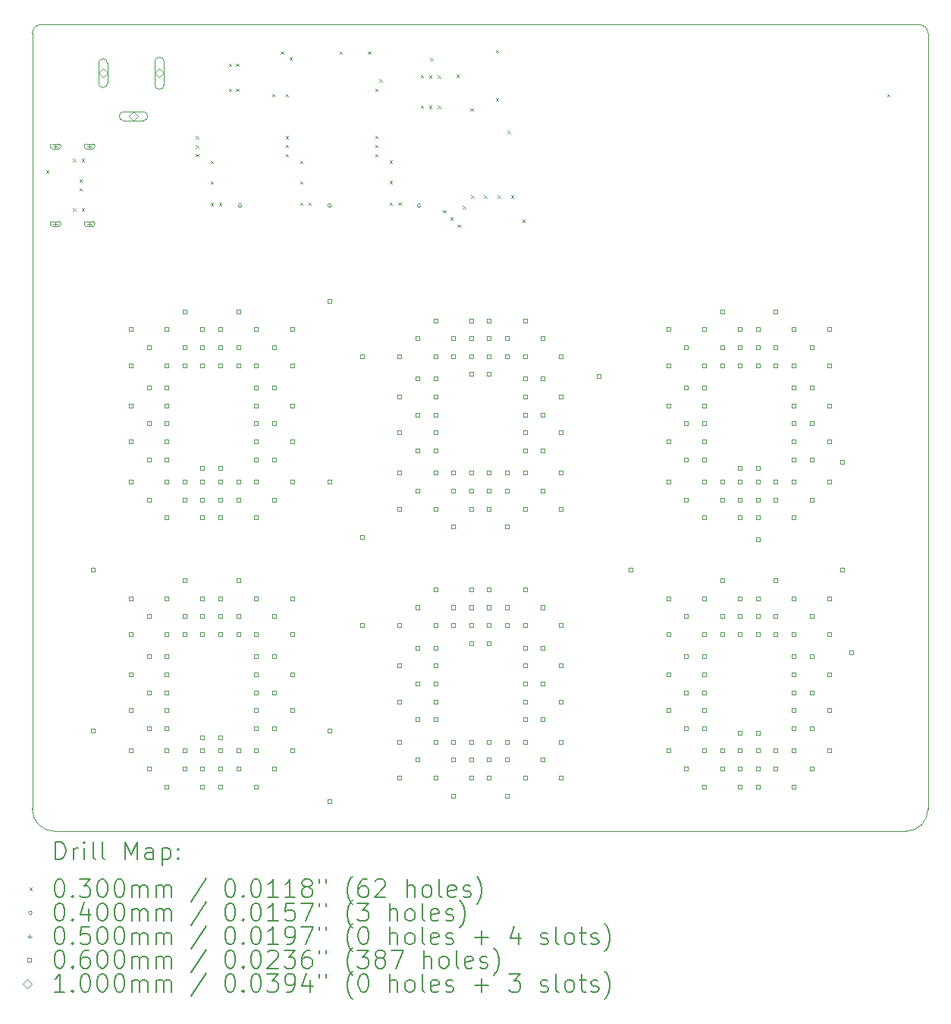
<source format=gbr>
%TF.GenerationSoftware,KiCad,Pcbnew,9.0.1-rc2*%
%TF.CreationDate,2025-10-07T22:29:05-07:00*%
%TF.ProjectId,backlight,6261636b-6c69-4676-9874-2e6b69636164,rev?*%
%TF.SameCoordinates,Original*%
%TF.FileFunction,Drillmap*%
%TF.FilePolarity,Positive*%
%FSLAX45Y45*%
G04 Gerber Fmt 4.5, Leading zero omitted, Abs format (unit mm)*
G04 Created by KiCad (PCBNEW 9.0.1-rc2) date 2025-10-07 22:29:05*
%MOMM*%
%LPD*%
G01*
G04 APERTURE LIST*
%ADD10C,0.050000*%
%ADD11C,0.200000*%
%ADD12C,0.100000*%
G04 APERTURE END LIST*
D10*
X18100000Y-5800000D02*
G75*
G02*
X18200000Y-5900000I0J-100000D01*
G01*
X8200000Y-5900000D02*
G75*
G02*
X8300000Y-5800000I100000J0D01*
G01*
X8300000Y-5800000D02*
X18100000Y-5800000D01*
X8450000Y-14800000D02*
G75*
G02*
X8200000Y-14550000I0J250000D01*
G01*
X8200000Y-14550000D02*
X8200000Y-5900000D01*
X17950000Y-14800000D02*
X8450000Y-14800000D01*
X18200000Y-5900000D02*
X18200000Y-14550000D01*
X18200000Y-14550000D02*
G75*
G02*
X17950000Y-14800000I-250000J0D01*
G01*
D11*
D12*
X8355000Y-7425000D02*
X8385000Y-7455000D01*
X8385000Y-7425000D02*
X8355000Y-7455000D01*
X8655000Y-7300000D02*
X8685000Y-7330000D01*
X8685000Y-7300000D02*
X8655000Y-7330000D01*
X8655000Y-7847500D02*
X8685000Y-7877500D01*
X8685000Y-7847500D02*
X8655000Y-7877500D01*
X8725000Y-7525000D02*
X8755000Y-7555000D01*
X8755000Y-7525000D02*
X8725000Y-7555000D01*
X8725000Y-7625000D02*
X8755000Y-7655000D01*
X8755000Y-7625000D02*
X8725000Y-7655000D01*
X8752500Y-7300000D02*
X8782500Y-7330000D01*
X8782500Y-7300000D02*
X8752500Y-7330000D01*
X8752500Y-7847500D02*
X8782500Y-7877500D01*
X8782500Y-7847500D02*
X8752500Y-7877500D01*
X10026875Y-7043750D02*
X10056875Y-7073750D01*
X10056875Y-7043750D02*
X10026875Y-7073750D01*
X10026875Y-7143750D02*
X10056875Y-7173750D01*
X10056875Y-7143750D02*
X10026875Y-7173750D01*
X10026875Y-7243750D02*
X10056875Y-7273750D01*
X10056875Y-7243750D02*
X10026875Y-7273750D01*
X10189375Y-7318750D02*
X10219375Y-7348750D01*
X10219375Y-7318750D02*
X10189375Y-7348750D01*
X10189375Y-7547500D02*
X10219375Y-7577500D01*
X10219375Y-7547500D02*
X10189375Y-7577500D01*
X10189375Y-7787500D02*
X10219375Y-7817500D01*
X10219375Y-7787500D02*
X10189375Y-7817500D01*
X10284375Y-7788750D02*
X10314375Y-7818750D01*
X10314375Y-7788750D02*
X10284375Y-7818750D01*
X10395000Y-6235000D02*
X10425000Y-6265000D01*
X10425000Y-6235000D02*
X10395000Y-6265000D01*
X10395000Y-6515000D02*
X10425000Y-6545000D01*
X10425000Y-6515000D02*
X10395000Y-6545000D01*
X10475000Y-6235000D02*
X10505000Y-6265000D01*
X10505000Y-6235000D02*
X10475000Y-6265000D01*
X10475000Y-6515000D02*
X10505000Y-6545000D01*
X10505000Y-6515000D02*
X10475000Y-6545000D01*
X10877500Y-6575000D02*
X10907500Y-6605000D01*
X10907500Y-6575000D02*
X10877500Y-6605000D01*
X10975000Y-6098830D02*
X11005000Y-6128830D01*
X11005000Y-6098830D02*
X10975000Y-6128830D01*
X11027500Y-6575000D02*
X11057500Y-6605000D01*
X11057500Y-6575000D02*
X11027500Y-6605000D01*
X11027500Y-7042500D02*
X11057500Y-7072500D01*
X11057500Y-7042500D02*
X11027500Y-7072500D01*
X11027500Y-7142500D02*
X11057500Y-7172500D01*
X11057500Y-7142500D02*
X11027500Y-7172500D01*
X11027500Y-7242500D02*
X11057500Y-7272500D01*
X11057500Y-7242500D02*
X11027500Y-7272500D01*
X11072500Y-6163830D02*
X11102500Y-6193830D01*
X11102500Y-6163830D02*
X11072500Y-6193830D01*
X11190000Y-7317500D02*
X11220000Y-7347500D01*
X11220000Y-7317500D02*
X11190000Y-7347500D01*
X11190000Y-7546250D02*
X11220000Y-7576250D01*
X11220000Y-7546250D02*
X11190000Y-7576250D01*
X11190000Y-7786250D02*
X11220000Y-7816250D01*
X11220000Y-7786250D02*
X11190000Y-7816250D01*
X11284375Y-7785000D02*
X11314375Y-7815000D01*
X11314375Y-7785000D02*
X11284375Y-7815000D01*
X11628750Y-6098830D02*
X11658750Y-6128830D01*
X11658750Y-6098830D02*
X11628750Y-6128830D01*
X11949000Y-6098830D02*
X11979000Y-6128830D01*
X11979000Y-6098830D02*
X11949000Y-6128830D01*
X12026875Y-7041250D02*
X12056875Y-7071250D01*
X12056875Y-7041250D02*
X12026875Y-7071250D01*
X12026875Y-7141250D02*
X12056875Y-7171250D01*
X12056875Y-7141250D02*
X12026875Y-7171250D01*
X12026875Y-7241250D02*
X12056875Y-7271250D01*
X12056875Y-7241250D02*
X12026875Y-7271250D01*
X12030000Y-6515000D02*
X12060000Y-6545000D01*
X12060000Y-6515000D02*
X12030000Y-6545000D01*
X12075000Y-6407580D02*
X12105000Y-6437580D01*
X12105000Y-6407580D02*
X12075000Y-6437580D01*
X12189375Y-7316250D02*
X12219375Y-7346250D01*
X12219375Y-7316250D02*
X12189375Y-7346250D01*
X12189375Y-7545000D02*
X12219375Y-7575000D01*
X12219375Y-7545000D02*
X12189375Y-7575000D01*
X12189375Y-7785000D02*
X12219375Y-7815000D01*
X12219375Y-7785000D02*
X12189375Y-7815000D01*
X12284375Y-7783750D02*
X12314375Y-7813750D01*
X12314375Y-7783750D02*
X12284375Y-7813750D01*
X12535000Y-6362500D02*
X12565000Y-6392500D01*
X12565000Y-6362500D02*
X12535000Y-6392500D01*
X12535000Y-6702500D02*
X12565000Y-6732500D01*
X12565000Y-6702500D02*
X12535000Y-6732500D01*
X12630000Y-6365000D02*
X12660000Y-6395000D01*
X12660000Y-6365000D02*
X12630000Y-6395000D01*
X12630000Y-6705000D02*
X12660000Y-6735000D01*
X12660000Y-6705000D02*
X12630000Y-6735000D01*
X12640000Y-6172500D02*
X12670000Y-6202500D01*
X12670000Y-6172500D02*
X12640000Y-6202500D01*
X12725000Y-6365000D02*
X12755000Y-6395000D01*
X12755000Y-6365000D02*
X12725000Y-6395000D01*
X12725000Y-6705000D02*
X12755000Y-6735000D01*
X12755000Y-6705000D02*
X12725000Y-6735000D01*
X12785000Y-7870000D02*
X12815000Y-7900000D01*
X12815000Y-7870000D02*
X12785000Y-7900000D01*
X12865000Y-7949900D02*
X12895000Y-7979900D01*
X12895000Y-7949900D02*
X12865000Y-7979900D01*
X12935000Y-6357500D02*
X12965000Y-6387500D01*
X12965000Y-6357500D02*
X12935000Y-6387500D01*
X12945000Y-8030000D02*
X12975000Y-8060000D01*
X12975000Y-8030000D02*
X12945000Y-8060000D01*
X13007500Y-7822500D02*
X13037500Y-7852500D01*
X13037500Y-7822500D02*
X13007500Y-7852500D01*
X13090000Y-6735000D02*
X13120000Y-6765000D01*
X13120000Y-6735000D02*
X13090000Y-6765000D01*
X13100000Y-7705000D02*
X13130000Y-7735000D01*
X13130000Y-7705000D02*
X13100000Y-7735000D01*
X13245000Y-7705000D02*
X13275000Y-7735000D01*
X13275000Y-7705000D02*
X13245000Y-7735000D01*
X13375000Y-6085000D02*
X13405000Y-6115000D01*
X13405000Y-6085000D02*
X13375000Y-6115000D01*
X13375000Y-6620492D02*
X13405000Y-6650492D01*
X13405000Y-6620492D02*
X13375000Y-6650492D01*
X13395000Y-7705000D02*
X13425000Y-7735000D01*
X13425000Y-7705000D02*
X13395000Y-7735000D01*
X13507500Y-6985000D02*
X13537500Y-7015000D01*
X13537500Y-6985000D02*
X13507500Y-7015000D01*
X13545000Y-7705000D02*
X13575000Y-7735000D01*
X13575000Y-7705000D02*
X13545000Y-7735000D01*
X13672500Y-7975000D02*
X13702500Y-8005000D01*
X13702500Y-7975000D02*
X13672500Y-8005000D01*
X17745000Y-6575000D02*
X17775000Y-6605000D01*
X17775000Y-6575000D02*
X17745000Y-6605000D01*
X10540000Y-7820000D02*
G75*
G02*
X10500000Y-7820000I-20000J0D01*
G01*
X10500000Y-7820000D02*
G75*
G02*
X10540000Y-7820000I20000J0D01*
G01*
X11540000Y-7820000D02*
G75*
G02*
X11500000Y-7820000I-20000J0D01*
G01*
X11500000Y-7820000D02*
G75*
G02*
X11540000Y-7820000I20000J0D01*
G01*
X12540000Y-7820000D02*
G75*
G02*
X12500000Y-7820000I-20000J0D01*
G01*
X12500000Y-7820000D02*
G75*
G02*
X12540000Y-7820000I20000J0D01*
G01*
X8460000Y-7133000D02*
X8460000Y-7183000D01*
X8435000Y-7158000D02*
X8485000Y-7158000D01*
X8495000Y-7133000D02*
X8425000Y-7133000D01*
X8425000Y-7183000D02*
G75*
G02*
X8425000Y-7133000I0J25000D01*
G01*
X8425000Y-7183000D02*
X8495000Y-7183000D01*
X8495000Y-7183000D02*
G75*
G03*
X8495000Y-7133000I0J25000D01*
G01*
X8460000Y-7997000D02*
X8460000Y-8047000D01*
X8435000Y-8022000D02*
X8485000Y-8022000D01*
X8495000Y-7997000D02*
X8425000Y-7997000D01*
X8425000Y-8047000D02*
G75*
G02*
X8425000Y-7997000I0J25000D01*
G01*
X8425000Y-8047000D02*
X8495000Y-8047000D01*
X8495000Y-8047000D02*
G75*
G03*
X8495000Y-7997000I0J25000D01*
G01*
X8840000Y-7133000D02*
X8840000Y-7183000D01*
X8815000Y-7158000D02*
X8865000Y-7158000D01*
X8875000Y-7133000D02*
X8805000Y-7133000D01*
X8805000Y-7183000D02*
G75*
G02*
X8805000Y-7133000I0J25000D01*
G01*
X8805000Y-7183000D02*
X8875000Y-7183000D01*
X8875000Y-7183000D02*
G75*
G03*
X8875000Y-7133000I0J25000D01*
G01*
X8840000Y-7997000D02*
X8840000Y-8047000D01*
X8815000Y-8022000D02*
X8865000Y-8022000D01*
X8875000Y-7997000D02*
X8805000Y-7997000D01*
X8805000Y-8047000D02*
G75*
G02*
X8805000Y-7997000I0J25000D01*
G01*
X8805000Y-8047000D02*
X8875000Y-8047000D01*
X8875000Y-8047000D02*
G75*
G03*
X8875000Y-7997000I0J25000D01*
G01*
X8901213Y-11901213D02*
X8901213Y-11858787D01*
X8858787Y-11858787D01*
X8858787Y-11901213D01*
X8901213Y-11901213D01*
X8901213Y-13701213D02*
X8901213Y-13658787D01*
X8858787Y-13658787D01*
X8858787Y-13701213D01*
X8901213Y-13701213D01*
X9321213Y-9221213D02*
X9321213Y-9178787D01*
X9278787Y-9178787D01*
X9278787Y-9221213D01*
X9321213Y-9221213D01*
X9321213Y-9621213D02*
X9321213Y-9578787D01*
X9278787Y-9578787D01*
X9278787Y-9621213D01*
X9321213Y-9621213D01*
X9321213Y-10071213D02*
X9321213Y-10028787D01*
X9278787Y-10028787D01*
X9278787Y-10071213D01*
X9321213Y-10071213D01*
X9321213Y-10471213D02*
X9321213Y-10428787D01*
X9278787Y-10428787D01*
X9278787Y-10471213D01*
X9321213Y-10471213D01*
X9321213Y-10921213D02*
X9321213Y-10878787D01*
X9278787Y-10878787D01*
X9278787Y-10921213D01*
X9321213Y-10921213D01*
X9321213Y-12221213D02*
X9321213Y-12178787D01*
X9278787Y-12178787D01*
X9278787Y-12221213D01*
X9321213Y-12221213D01*
X9321213Y-12621213D02*
X9321213Y-12578787D01*
X9278787Y-12578787D01*
X9278787Y-12621213D01*
X9321213Y-12621213D01*
X9321213Y-13071213D02*
X9321213Y-13028787D01*
X9278787Y-13028787D01*
X9278787Y-13071213D01*
X9321213Y-13071213D01*
X9321213Y-13471213D02*
X9321213Y-13428787D01*
X9278787Y-13428787D01*
X9278787Y-13471213D01*
X9321213Y-13471213D01*
X9321213Y-13921213D02*
X9321213Y-13878787D01*
X9278787Y-13878787D01*
X9278787Y-13921213D01*
X9321213Y-13921213D01*
X9521213Y-9421213D02*
X9521213Y-9378787D01*
X9478787Y-9378787D01*
X9478787Y-9421213D01*
X9521213Y-9421213D01*
X9521213Y-9871213D02*
X9521213Y-9828787D01*
X9478787Y-9828787D01*
X9478787Y-9871213D01*
X9521213Y-9871213D01*
X9521213Y-10271213D02*
X9521213Y-10228787D01*
X9478787Y-10228787D01*
X9478787Y-10271213D01*
X9521213Y-10271213D01*
X9521213Y-10671213D02*
X9521213Y-10628787D01*
X9478787Y-10628787D01*
X9478787Y-10671213D01*
X9521213Y-10671213D01*
X9521213Y-11121213D02*
X9521213Y-11078787D01*
X9478787Y-11078787D01*
X9478787Y-11121213D01*
X9521213Y-11121213D01*
X9521213Y-12421213D02*
X9521213Y-12378787D01*
X9478787Y-12378787D01*
X9478787Y-12421213D01*
X9521213Y-12421213D01*
X9521213Y-12871213D02*
X9521213Y-12828787D01*
X9478787Y-12828787D01*
X9478787Y-12871213D01*
X9521213Y-12871213D01*
X9521213Y-13271213D02*
X9521213Y-13228787D01*
X9478787Y-13228787D01*
X9478787Y-13271213D01*
X9521213Y-13271213D01*
X9521213Y-13671213D02*
X9521213Y-13628787D01*
X9478787Y-13628787D01*
X9478787Y-13671213D01*
X9521213Y-13671213D01*
X9521213Y-14121213D02*
X9521213Y-14078787D01*
X9478787Y-14078787D01*
X9478787Y-14121213D01*
X9521213Y-14121213D01*
X9721213Y-9221213D02*
X9721213Y-9178787D01*
X9678787Y-9178787D01*
X9678787Y-9221213D01*
X9721213Y-9221213D01*
X9721213Y-9621213D02*
X9721213Y-9578787D01*
X9678787Y-9578787D01*
X9678787Y-9621213D01*
X9721213Y-9621213D01*
X9721213Y-9871213D02*
X9721213Y-9828787D01*
X9678787Y-9828787D01*
X9678787Y-9871213D01*
X9721213Y-9871213D01*
X9721213Y-10071213D02*
X9721213Y-10028787D01*
X9678787Y-10028787D01*
X9678787Y-10071213D01*
X9721213Y-10071213D01*
X9721213Y-10271213D02*
X9721213Y-10228787D01*
X9678787Y-10228787D01*
X9678787Y-10271213D01*
X9721213Y-10271213D01*
X9721213Y-10471213D02*
X9721213Y-10428787D01*
X9678787Y-10428787D01*
X9678787Y-10471213D01*
X9721213Y-10471213D01*
X9721213Y-10671213D02*
X9721213Y-10628787D01*
X9678787Y-10628787D01*
X9678787Y-10671213D01*
X9721213Y-10671213D01*
X9721213Y-10921213D02*
X9721213Y-10878787D01*
X9678787Y-10878787D01*
X9678787Y-10921213D01*
X9721213Y-10921213D01*
X9721213Y-11321213D02*
X9721213Y-11278787D01*
X9678787Y-11278787D01*
X9678787Y-11321213D01*
X9721213Y-11321213D01*
X9721213Y-12221213D02*
X9721213Y-12178787D01*
X9678787Y-12178787D01*
X9678787Y-12221213D01*
X9721213Y-12221213D01*
X9721213Y-12621213D02*
X9721213Y-12578787D01*
X9678787Y-12578787D01*
X9678787Y-12621213D01*
X9721213Y-12621213D01*
X9721213Y-12871213D02*
X9721213Y-12828787D01*
X9678787Y-12828787D01*
X9678787Y-12871213D01*
X9721213Y-12871213D01*
X9721213Y-13071213D02*
X9721213Y-13028787D01*
X9678787Y-13028787D01*
X9678787Y-13071213D01*
X9721213Y-13071213D01*
X9721213Y-13271213D02*
X9721213Y-13228787D01*
X9678787Y-13228787D01*
X9678787Y-13271213D01*
X9721213Y-13271213D01*
X9721213Y-13471213D02*
X9721213Y-13428787D01*
X9678787Y-13428787D01*
X9678787Y-13471213D01*
X9721213Y-13471213D01*
X9721213Y-13671213D02*
X9721213Y-13628787D01*
X9678787Y-13628787D01*
X9678787Y-13671213D01*
X9721213Y-13671213D01*
X9721213Y-13921213D02*
X9721213Y-13878787D01*
X9678787Y-13878787D01*
X9678787Y-13921213D01*
X9721213Y-13921213D01*
X9721213Y-14321213D02*
X9721213Y-14278787D01*
X9678787Y-14278787D01*
X9678787Y-14321213D01*
X9721213Y-14321213D01*
X9921213Y-9021213D02*
X9921213Y-8978787D01*
X9878787Y-8978787D01*
X9878787Y-9021213D01*
X9921213Y-9021213D01*
X9921213Y-9421213D02*
X9921213Y-9378787D01*
X9878787Y-9378787D01*
X9878787Y-9421213D01*
X9921213Y-9421213D01*
X9921213Y-9621213D02*
X9921213Y-9578787D01*
X9878787Y-9578787D01*
X9878787Y-9621213D01*
X9921213Y-9621213D01*
X9921213Y-10921213D02*
X9921213Y-10878787D01*
X9878787Y-10878787D01*
X9878787Y-10921213D01*
X9921213Y-10921213D01*
X9921213Y-11121213D02*
X9921213Y-11078787D01*
X9878787Y-11078787D01*
X9878787Y-11121213D01*
X9921213Y-11121213D01*
X9921213Y-12021213D02*
X9921213Y-11978787D01*
X9878787Y-11978787D01*
X9878787Y-12021213D01*
X9921213Y-12021213D01*
X9921213Y-12421213D02*
X9921213Y-12378787D01*
X9878787Y-12378787D01*
X9878787Y-12421213D01*
X9921213Y-12421213D01*
X9921213Y-12621213D02*
X9921213Y-12578787D01*
X9878787Y-12578787D01*
X9878787Y-12621213D01*
X9921213Y-12621213D01*
X9921213Y-13921213D02*
X9921213Y-13878787D01*
X9878787Y-13878787D01*
X9878787Y-13921213D01*
X9921213Y-13921213D01*
X9921213Y-14121213D02*
X9921213Y-14078787D01*
X9878787Y-14078787D01*
X9878787Y-14121213D01*
X9921213Y-14121213D01*
X10121213Y-9221213D02*
X10121213Y-9178787D01*
X10078787Y-9178787D01*
X10078787Y-9221213D01*
X10121213Y-9221213D01*
X10121213Y-9421213D02*
X10121213Y-9378787D01*
X10078787Y-9378787D01*
X10078787Y-9421213D01*
X10121213Y-9421213D01*
X10121213Y-9621213D02*
X10121213Y-9578787D01*
X10078787Y-9578787D01*
X10078787Y-9621213D01*
X10121213Y-9621213D01*
X10121213Y-10771213D02*
X10121213Y-10728787D01*
X10078787Y-10728787D01*
X10078787Y-10771213D01*
X10121213Y-10771213D01*
X10121213Y-10921213D02*
X10121213Y-10878787D01*
X10078787Y-10878787D01*
X10078787Y-10921213D01*
X10121213Y-10921213D01*
X10121213Y-11121213D02*
X10121213Y-11078787D01*
X10078787Y-11078787D01*
X10078787Y-11121213D01*
X10121213Y-11121213D01*
X10121213Y-11321213D02*
X10121213Y-11278787D01*
X10078787Y-11278787D01*
X10078787Y-11321213D01*
X10121213Y-11321213D01*
X10121213Y-12221213D02*
X10121213Y-12178787D01*
X10078787Y-12178787D01*
X10078787Y-12221213D01*
X10121213Y-12221213D01*
X10121213Y-12421213D02*
X10121213Y-12378787D01*
X10078787Y-12378787D01*
X10078787Y-12421213D01*
X10121213Y-12421213D01*
X10121213Y-12621213D02*
X10121213Y-12578787D01*
X10078787Y-12578787D01*
X10078787Y-12621213D01*
X10121213Y-12621213D01*
X10121213Y-13771213D02*
X10121213Y-13728787D01*
X10078787Y-13728787D01*
X10078787Y-13771213D01*
X10121213Y-13771213D01*
X10121213Y-13921213D02*
X10121213Y-13878787D01*
X10078787Y-13878787D01*
X10078787Y-13921213D01*
X10121213Y-13921213D01*
X10121213Y-14121213D02*
X10121213Y-14078787D01*
X10078787Y-14078787D01*
X10078787Y-14121213D01*
X10121213Y-14121213D01*
X10121213Y-14321213D02*
X10121213Y-14278787D01*
X10078787Y-14278787D01*
X10078787Y-14321213D01*
X10121213Y-14321213D01*
X10321213Y-9221213D02*
X10321213Y-9178787D01*
X10278787Y-9178787D01*
X10278787Y-9221213D01*
X10321213Y-9221213D01*
X10321213Y-9421213D02*
X10321213Y-9378787D01*
X10278787Y-9378787D01*
X10278787Y-9421213D01*
X10321213Y-9421213D01*
X10321213Y-9621213D02*
X10321213Y-9578787D01*
X10278787Y-9578787D01*
X10278787Y-9621213D01*
X10321213Y-9621213D01*
X10321213Y-10771213D02*
X10321213Y-10728787D01*
X10278787Y-10728787D01*
X10278787Y-10771213D01*
X10321213Y-10771213D01*
X10321213Y-10921213D02*
X10321213Y-10878787D01*
X10278787Y-10878787D01*
X10278787Y-10921213D01*
X10321213Y-10921213D01*
X10321213Y-11121213D02*
X10321213Y-11078787D01*
X10278787Y-11078787D01*
X10278787Y-11121213D01*
X10321213Y-11121213D01*
X10321213Y-11321213D02*
X10321213Y-11278787D01*
X10278787Y-11278787D01*
X10278787Y-11321213D01*
X10321213Y-11321213D01*
X10321213Y-12221213D02*
X10321213Y-12178787D01*
X10278787Y-12178787D01*
X10278787Y-12221213D01*
X10321213Y-12221213D01*
X10321213Y-12421213D02*
X10321213Y-12378787D01*
X10278787Y-12378787D01*
X10278787Y-12421213D01*
X10321213Y-12421213D01*
X10321213Y-12621213D02*
X10321213Y-12578787D01*
X10278787Y-12578787D01*
X10278787Y-12621213D01*
X10321213Y-12621213D01*
X10321213Y-13771213D02*
X10321213Y-13728787D01*
X10278787Y-13728787D01*
X10278787Y-13771213D01*
X10321213Y-13771213D01*
X10321213Y-13921213D02*
X10321213Y-13878787D01*
X10278787Y-13878787D01*
X10278787Y-13921213D01*
X10321213Y-13921213D01*
X10321213Y-14121213D02*
X10321213Y-14078787D01*
X10278787Y-14078787D01*
X10278787Y-14121213D01*
X10321213Y-14121213D01*
X10321213Y-14321213D02*
X10321213Y-14278787D01*
X10278787Y-14278787D01*
X10278787Y-14321213D01*
X10321213Y-14321213D01*
X10521213Y-9021213D02*
X10521213Y-8978787D01*
X10478787Y-8978787D01*
X10478787Y-9021213D01*
X10521213Y-9021213D01*
X10521213Y-9421213D02*
X10521213Y-9378787D01*
X10478787Y-9378787D01*
X10478787Y-9421213D01*
X10521213Y-9421213D01*
X10521213Y-9621213D02*
X10521213Y-9578787D01*
X10478787Y-9578787D01*
X10478787Y-9621213D01*
X10521213Y-9621213D01*
X10521213Y-10921213D02*
X10521213Y-10878787D01*
X10478787Y-10878787D01*
X10478787Y-10921213D01*
X10521213Y-10921213D01*
X10521213Y-11121213D02*
X10521213Y-11078787D01*
X10478787Y-11078787D01*
X10478787Y-11121213D01*
X10521213Y-11121213D01*
X10521213Y-12021213D02*
X10521213Y-11978787D01*
X10478787Y-11978787D01*
X10478787Y-12021213D01*
X10521213Y-12021213D01*
X10521213Y-12421213D02*
X10521213Y-12378787D01*
X10478787Y-12378787D01*
X10478787Y-12421213D01*
X10521213Y-12421213D01*
X10521213Y-12621213D02*
X10521213Y-12578787D01*
X10478787Y-12578787D01*
X10478787Y-12621213D01*
X10521213Y-12621213D01*
X10521213Y-13921213D02*
X10521213Y-13878787D01*
X10478787Y-13878787D01*
X10478787Y-13921213D01*
X10521213Y-13921213D01*
X10521213Y-14121213D02*
X10521213Y-14078787D01*
X10478787Y-14078787D01*
X10478787Y-14121213D01*
X10521213Y-14121213D01*
X10721213Y-9221213D02*
X10721213Y-9178787D01*
X10678787Y-9178787D01*
X10678787Y-9221213D01*
X10721213Y-9221213D01*
X10721213Y-9621213D02*
X10721213Y-9578787D01*
X10678787Y-9578787D01*
X10678787Y-9621213D01*
X10721213Y-9621213D01*
X10721213Y-9871213D02*
X10721213Y-9828787D01*
X10678787Y-9828787D01*
X10678787Y-9871213D01*
X10721213Y-9871213D01*
X10721213Y-10071213D02*
X10721213Y-10028787D01*
X10678787Y-10028787D01*
X10678787Y-10071213D01*
X10721213Y-10071213D01*
X10721213Y-10271213D02*
X10721213Y-10228787D01*
X10678787Y-10228787D01*
X10678787Y-10271213D01*
X10721213Y-10271213D01*
X10721213Y-10471213D02*
X10721213Y-10428787D01*
X10678787Y-10428787D01*
X10678787Y-10471213D01*
X10721213Y-10471213D01*
X10721213Y-10671213D02*
X10721213Y-10628787D01*
X10678787Y-10628787D01*
X10678787Y-10671213D01*
X10721213Y-10671213D01*
X10721213Y-10921213D02*
X10721213Y-10878787D01*
X10678787Y-10878787D01*
X10678787Y-10921213D01*
X10721213Y-10921213D01*
X10721213Y-11321213D02*
X10721213Y-11278787D01*
X10678787Y-11278787D01*
X10678787Y-11321213D01*
X10721213Y-11321213D01*
X10721213Y-12221213D02*
X10721213Y-12178787D01*
X10678787Y-12178787D01*
X10678787Y-12221213D01*
X10721213Y-12221213D01*
X10721213Y-12621213D02*
X10721213Y-12578787D01*
X10678787Y-12578787D01*
X10678787Y-12621213D01*
X10721213Y-12621213D01*
X10721213Y-12871213D02*
X10721213Y-12828787D01*
X10678787Y-12828787D01*
X10678787Y-12871213D01*
X10721213Y-12871213D01*
X10721213Y-13071213D02*
X10721213Y-13028787D01*
X10678787Y-13028787D01*
X10678787Y-13071213D01*
X10721213Y-13071213D01*
X10721213Y-13271213D02*
X10721213Y-13228787D01*
X10678787Y-13228787D01*
X10678787Y-13271213D01*
X10721213Y-13271213D01*
X10721213Y-13471213D02*
X10721213Y-13428787D01*
X10678787Y-13428787D01*
X10678787Y-13471213D01*
X10721213Y-13471213D01*
X10721213Y-13671213D02*
X10721213Y-13628787D01*
X10678787Y-13628787D01*
X10678787Y-13671213D01*
X10721213Y-13671213D01*
X10721213Y-13921213D02*
X10721213Y-13878787D01*
X10678787Y-13878787D01*
X10678787Y-13921213D01*
X10721213Y-13921213D01*
X10721213Y-14321213D02*
X10721213Y-14278787D01*
X10678787Y-14278787D01*
X10678787Y-14321213D01*
X10721213Y-14321213D01*
X10921213Y-9421213D02*
X10921213Y-9378787D01*
X10878787Y-9378787D01*
X10878787Y-9421213D01*
X10921213Y-9421213D01*
X10921213Y-9871213D02*
X10921213Y-9828787D01*
X10878787Y-9828787D01*
X10878787Y-9871213D01*
X10921213Y-9871213D01*
X10921213Y-10271213D02*
X10921213Y-10228787D01*
X10878787Y-10228787D01*
X10878787Y-10271213D01*
X10921213Y-10271213D01*
X10921213Y-10671213D02*
X10921213Y-10628787D01*
X10878787Y-10628787D01*
X10878787Y-10671213D01*
X10921213Y-10671213D01*
X10921213Y-11121213D02*
X10921213Y-11078787D01*
X10878787Y-11078787D01*
X10878787Y-11121213D01*
X10921213Y-11121213D01*
X10921213Y-12421213D02*
X10921213Y-12378787D01*
X10878787Y-12378787D01*
X10878787Y-12421213D01*
X10921213Y-12421213D01*
X10921213Y-12871213D02*
X10921213Y-12828787D01*
X10878787Y-12828787D01*
X10878787Y-12871213D01*
X10921213Y-12871213D01*
X10921213Y-13271213D02*
X10921213Y-13228787D01*
X10878787Y-13228787D01*
X10878787Y-13271213D01*
X10921213Y-13271213D01*
X10921213Y-13671213D02*
X10921213Y-13628787D01*
X10878787Y-13628787D01*
X10878787Y-13671213D01*
X10921213Y-13671213D01*
X10921213Y-14121213D02*
X10921213Y-14078787D01*
X10878787Y-14078787D01*
X10878787Y-14121213D01*
X10921213Y-14121213D01*
X11121213Y-9221213D02*
X11121213Y-9178787D01*
X11078787Y-9178787D01*
X11078787Y-9221213D01*
X11121213Y-9221213D01*
X11121213Y-9621213D02*
X11121213Y-9578787D01*
X11078787Y-9578787D01*
X11078787Y-9621213D01*
X11121213Y-9621213D01*
X11121213Y-10071213D02*
X11121213Y-10028787D01*
X11078787Y-10028787D01*
X11078787Y-10071213D01*
X11121213Y-10071213D01*
X11121213Y-10471213D02*
X11121213Y-10428787D01*
X11078787Y-10428787D01*
X11078787Y-10471213D01*
X11121213Y-10471213D01*
X11121213Y-10921213D02*
X11121213Y-10878787D01*
X11078787Y-10878787D01*
X11078787Y-10921213D01*
X11121213Y-10921213D01*
X11121213Y-12221213D02*
X11121213Y-12178787D01*
X11078787Y-12178787D01*
X11078787Y-12221213D01*
X11121213Y-12221213D01*
X11121213Y-12621213D02*
X11121213Y-12578787D01*
X11078787Y-12578787D01*
X11078787Y-12621213D01*
X11121213Y-12621213D01*
X11121213Y-13071213D02*
X11121213Y-13028787D01*
X11078787Y-13028787D01*
X11078787Y-13071213D01*
X11121213Y-13071213D01*
X11121213Y-13471213D02*
X11121213Y-13428787D01*
X11078787Y-13428787D01*
X11078787Y-13471213D01*
X11121213Y-13471213D01*
X11121213Y-13921213D02*
X11121213Y-13878787D01*
X11078787Y-13878787D01*
X11078787Y-13921213D01*
X11121213Y-13921213D01*
X11541213Y-8901213D02*
X11541213Y-8858787D01*
X11498787Y-8858787D01*
X11498787Y-8901213D01*
X11541213Y-8901213D01*
X11541213Y-10921213D02*
X11541213Y-10878787D01*
X11498787Y-10878787D01*
X11498787Y-10921213D01*
X11541213Y-10921213D01*
X11541213Y-13701213D02*
X11541213Y-13658787D01*
X11498787Y-13658787D01*
X11498787Y-13701213D01*
X11541213Y-13701213D01*
X11541213Y-14481213D02*
X11541213Y-14438787D01*
X11498787Y-14438787D01*
X11498787Y-14481213D01*
X11541213Y-14481213D01*
X11901213Y-9521213D02*
X11901213Y-9478787D01*
X11858787Y-9478787D01*
X11858787Y-9521213D01*
X11901213Y-9521213D01*
X11901213Y-11541213D02*
X11901213Y-11498787D01*
X11858787Y-11498787D01*
X11858787Y-11541213D01*
X11901213Y-11541213D01*
X11901213Y-12521213D02*
X11901213Y-12478787D01*
X11858787Y-12478787D01*
X11858787Y-12521213D01*
X11901213Y-12521213D01*
X12321213Y-9521213D02*
X12321213Y-9478787D01*
X12278787Y-9478787D01*
X12278787Y-9521213D01*
X12321213Y-9521213D01*
X12321213Y-9971213D02*
X12321213Y-9928787D01*
X12278787Y-9928787D01*
X12278787Y-9971213D01*
X12321213Y-9971213D01*
X12321213Y-10371213D02*
X12321213Y-10328787D01*
X12278787Y-10328787D01*
X12278787Y-10371213D01*
X12321213Y-10371213D01*
X12321213Y-10821213D02*
X12321213Y-10778787D01*
X12278787Y-10778787D01*
X12278787Y-10821213D01*
X12321213Y-10821213D01*
X12321213Y-11221213D02*
X12321213Y-11178787D01*
X12278787Y-11178787D01*
X12278787Y-11221213D01*
X12321213Y-11221213D01*
X12321213Y-12521213D02*
X12321213Y-12478787D01*
X12278787Y-12478787D01*
X12278787Y-12521213D01*
X12321213Y-12521213D01*
X12321213Y-12971213D02*
X12321213Y-12928787D01*
X12278787Y-12928787D01*
X12278787Y-12971213D01*
X12321213Y-12971213D01*
X12321213Y-13371213D02*
X12321213Y-13328787D01*
X12278787Y-13328787D01*
X12278787Y-13371213D01*
X12321213Y-13371213D01*
X12321213Y-13821213D02*
X12321213Y-13778787D01*
X12278787Y-13778787D01*
X12278787Y-13821213D01*
X12321213Y-13821213D01*
X12321213Y-14221213D02*
X12321213Y-14178787D01*
X12278787Y-14178787D01*
X12278787Y-14221213D01*
X12321213Y-14221213D01*
X12521213Y-9321213D02*
X12521213Y-9278787D01*
X12478787Y-9278787D01*
X12478787Y-9321213D01*
X12521213Y-9321213D01*
X12521213Y-9771213D02*
X12521213Y-9728787D01*
X12478787Y-9728787D01*
X12478787Y-9771213D01*
X12521213Y-9771213D01*
X12521213Y-10171213D02*
X12521213Y-10128787D01*
X12478787Y-10128787D01*
X12478787Y-10171213D01*
X12521213Y-10171213D01*
X12521213Y-10571213D02*
X12521213Y-10528787D01*
X12478787Y-10528787D01*
X12478787Y-10571213D01*
X12521213Y-10571213D01*
X12521213Y-11021213D02*
X12521213Y-10978787D01*
X12478787Y-10978787D01*
X12478787Y-11021213D01*
X12521213Y-11021213D01*
X12521213Y-12321213D02*
X12521213Y-12278787D01*
X12478787Y-12278787D01*
X12478787Y-12321213D01*
X12521213Y-12321213D01*
X12521213Y-12771213D02*
X12521213Y-12728787D01*
X12478787Y-12728787D01*
X12478787Y-12771213D01*
X12521213Y-12771213D01*
X12521213Y-13171213D02*
X12521213Y-13128787D01*
X12478787Y-13128787D01*
X12478787Y-13171213D01*
X12521213Y-13171213D01*
X12521213Y-13571213D02*
X12521213Y-13528787D01*
X12478787Y-13528787D01*
X12478787Y-13571213D01*
X12521213Y-13571213D01*
X12521213Y-14021213D02*
X12521213Y-13978787D01*
X12478787Y-13978787D01*
X12478787Y-14021213D01*
X12521213Y-14021213D01*
X12721213Y-10171213D02*
X12721213Y-10128787D01*
X12678786Y-10128787D01*
X12678786Y-10171213D01*
X12721213Y-10171213D01*
X12721213Y-10571213D02*
X12721213Y-10528787D01*
X12678786Y-10528787D01*
X12678786Y-10571213D01*
X12721213Y-10571213D01*
X12721213Y-9121213D02*
X12721213Y-9078787D01*
X12678787Y-9078787D01*
X12678787Y-9121213D01*
X12721213Y-9121213D01*
X12721213Y-9521213D02*
X12721213Y-9478787D01*
X12678787Y-9478787D01*
X12678787Y-9521213D01*
X12721213Y-9521213D01*
X12721213Y-9771214D02*
X12721213Y-9728787D01*
X12678787Y-9728787D01*
X12678787Y-9771214D01*
X12721213Y-9771214D01*
X12721213Y-9971214D02*
X12721213Y-9928787D01*
X12678787Y-9928787D01*
X12678787Y-9971214D01*
X12721213Y-9971214D01*
X12721213Y-10371213D02*
X12721213Y-10328787D01*
X12678787Y-10328787D01*
X12678787Y-10371213D01*
X12721213Y-10371213D01*
X12721213Y-10821213D02*
X12721213Y-10778787D01*
X12678787Y-10778787D01*
X12678787Y-10821213D01*
X12721213Y-10821213D01*
X12721213Y-11221213D02*
X12721213Y-11178787D01*
X12678787Y-11178787D01*
X12678787Y-11221213D01*
X12721213Y-11221213D01*
X12721213Y-13171213D02*
X12721213Y-13128787D01*
X12678787Y-13128787D01*
X12678787Y-13171213D01*
X12721213Y-13171213D01*
X12721213Y-13571213D02*
X12721213Y-13528787D01*
X12678787Y-13528787D01*
X12678787Y-13571213D01*
X12721213Y-13571213D01*
X12721213Y-12121213D02*
X12721213Y-12078787D01*
X12678787Y-12078787D01*
X12678787Y-12121213D01*
X12721213Y-12121213D01*
X12721213Y-12521213D02*
X12721213Y-12478787D01*
X12678787Y-12478787D01*
X12678787Y-12521213D01*
X12721213Y-12521213D01*
X12721213Y-12771214D02*
X12721213Y-12728787D01*
X12678787Y-12728787D01*
X12678787Y-12771214D01*
X12721213Y-12771214D01*
X12721213Y-12971214D02*
X12721213Y-12928787D01*
X12678787Y-12928787D01*
X12678787Y-12971214D01*
X12721213Y-12971214D01*
X12721213Y-13371213D02*
X12721213Y-13328787D01*
X12678787Y-13328787D01*
X12678787Y-13371213D01*
X12721213Y-13371213D01*
X12721213Y-13821213D02*
X12721213Y-13778787D01*
X12678787Y-13778787D01*
X12678787Y-13821213D01*
X12721213Y-13821213D01*
X12721213Y-14221213D02*
X12721213Y-14178787D01*
X12678787Y-14178787D01*
X12678787Y-14221213D01*
X12721213Y-14221213D01*
X12921213Y-9521213D02*
X12921213Y-9478787D01*
X12878786Y-9478787D01*
X12878786Y-9521213D01*
X12921213Y-9521213D01*
X12921213Y-10821213D02*
X12921213Y-10778787D01*
X12878786Y-10778787D01*
X12878786Y-10821213D01*
X12921213Y-10821213D01*
X12921213Y-9321213D02*
X12921213Y-9278787D01*
X12878787Y-9278787D01*
X12878787Y-9321213D01*
X12921213Y-9321213D01*
X12921213Y-11021213D02*
X12921213Y-10978787D01*
X12878787Y-10978787D01*
X12878787Y-11021213D01*
X12921213Y-11021213D01*
X12921213Y-11421213D02*
X12921213Y-11378787D01*
X12878787Y-11378787D01*
X12878787Y-11421213D01*
X12921213Y-11421213D01*
X12921213Y-12521213D02*
X12921213Y-12478787D01*
X12878787Y-12478787D01*
X12878787Y-12521213D01*
X12921213Y-12521213D01*
X12921213Y-13821213D02*
X12921213Y-13778787D01*
X12878787Y-13778787D01*
X12878787Y-13821213D01*
X12921213Y-13821213D01*
X12921213Y-12321213D02*
X12921213Y-12278787D01*
X12878787Y-12278787D01*
X12878787Y-12321213D01*
X12921213Y-12321213D01*
X12921213Y-14021213D02*
X12921213Y-13978787D01*
X12878787Y-13978787D01*
X12878787Y-14021213D01*
X12921213Y-14021213D01*
X12921213Y-14421213D02*
X12921213Y-14378787D01*
X12878787Y-14378787D01*
X12878787Y-14421213D01*
X12921213Y-14421213D01*
X13121213Y-9321213D02*
X13121213Y-9278787D01*
X13078786Y-9278787D01*
X13078786Y-9321213D01*
X13121213Y-9321213D01*
X13121213Y-9721213D02*
X13121213Y-9678787D01*
X13078786Y-9678787D01*
X13078786Y-9721213D01*
X13121213Y-9721213D01*
X13121213Y-9121213D02*
X13121213Y-9078787D01*
X13078787Y-9078787D01*
X13078787Y-9121213D01*
X13121213Y-9121213D01*
X13121213Y-10821213D02*
X13121213Y-10778787D01*
X13078787Y-10778787D01*
X13078787Y-10821213D01*
X13121213Y-10821213D01*
X13121213Y-11021213D02*
X13121213Y-10978787D01*
X13078787Y-10978787D01*
X13078787Y-11021213D01*
X13121213Y-11021213D01*
X13121213Y-11221213D02*
X13121213Y-11178787D01*
X13078787Y-11178787D01*
X13078787Y-11221213D01*
X13121213Y-11221213D01*
X13121213Y-12321213D02*
X13121213Y-12278787D01*
X13078787Y-12278787D01*
X13078787Y-12321213D01*
X13121213Y-12321213D01*
X13121213Y-12721213D02*
X13121213Y-12678787D01*
X13078787Y-12678787D01*
X13078787Y-12721213D01*
X13121213Y-12721213D01*
X13121213Y-9521213D02*
X13121213Y-9478787D01*
X13078787Y-9478787D01*
X13078787Y-9521213D01*
X13121213Y-9521213D01*
X13121213Y-12121213D02*
X13121213Y-12078787D01*
X13078787Y-12078787D01*
X13078787Y-12121213D01*
X13121213Y-12121213D01*
X13121213Y-13821213D02*
X13121213Y-13778787D01*
X13078787Y-13778787D01*
X13078787Y-13821213D01*
X13121213Y-13821213D01*
X13121213Y-14021213D02*
X13121213Y-13978787D01*
X13078787Y-13978787D01*
X13078787Y-14021213D01*
X13121213Y-14021213D01*
X13121213Y-14221213D02*
X13121213Y-14178787D01*
X13078787Y-14178787D01*
X13078787Y-14221213D01*
X13121213Y-14221213D01*
X13121214Y-12521213D02*
X13121214Y-12478787D01*
X13078787Y-12478787D01*
X13078787Y-12521213D01*
X13121214Y-12521213D01*
X13321213Y-9521213D02*
X13321213Y-9478787D01*
X13278786Y-9478787D01*
X13278786Y-9521213D01*
X13321213Y-9521213D01*
X13321213Y-9121213D02*
X13321213Y-9078787D01*
X13278787Y-9078787D01*
X13278787Y-9121213D01*
X13321213Y-9121213D01*
X13321213Y-10821213D02*
X13321213Y-10778787D01*
X13278787Y-10778787D01*
X13278787Y-10821213D01*
X13321213Y-10821213D01*
X13321213Y-11021213D02*
X13321213Y-10978787D01*
X13278787Y-10978787D01*
X13278787Y-11021213D01*
X13321213Y-11021213D01*
X13321213Y-11221213D02*
X13321213Y-11178787D01*
X13278787Y-11178787D01*
X13278787Y-11221213D01*
X13321213Y-11221213D01*
X13321213Y-12521213D02*
X13321213Y-12478787D01*
X13278787Y-12478787D01*
X13278787Y-12521213D01*
X13321213Y-12521213D01*
X13321213Y-9321213D02*
X13321213Y-9278787D01*
X13278787Y-9278787D01*
X13278787Y-9321213D01*
X13321213Y-9321213D01*
X13321213Y-9721213D02*
X13321213Y-9678787D01*
X13278787Y-9678787D01*
X13278787Y-9721213D01*
X13321213Y-9721213D01*
X13321213Y-12121213D02*
X13321213Y-12078787D01*
X13278787Y-12078787D01*
X13278787Y-12121213D01*
X13321213Y-12121213D01*
X13321213Y-13821213D02*
X13321213Y-13778787D01*
X13278787Y-13778787D01*
X13278787Y-13821213D01*
X13321213Y-13821213D01*
X13321213Y-14021213D02*
X13321213Y-13978787D01*
X13278787Y-13978787D01*
X13278787Y-14021213D01*
X13321213Y-14021213D01*
X13321213Y-14221213D02*
X13321213Y-14178787D01*
X13278787Y-14178787D01*
X13278787Y-14221213D01*
X13321213Y-14221213D01*
X13321214Y-12321213D02*
X13321214Y-12278787D01*
X13278787Y-12278787D01*
X13278787Y-12321213D01*
X13321214Y-12321213D01*
X13321214Y-12721213D02*
X13321214Y-12678787D01*
X13278787Y-12678787D01*
X13278787Y-12721213D01*
X13321214Y-12721213D01*
X13521213Y-9321213D02*
X13521213Y-9278787D01*
X13478787Y-9278787D01*
X13478787Y-9321213D01*
X13521213Y-9321213D01*
X13521213Y-11021213D02*
X13521213Y-10978787D01*
X13478787Y-10978787D01*
X13478787Y-11021213D01*
X13521213Y-11021213D01*
X13521213Y-11421213D02*
X13521213Y-11378787D01*
X13478787Y-11378787D01*
X13478787Y-11421213D01*
X13521213Y-11421213D01*
X13521213Y-9521213D02*
X13521213Y-9478787D01*
X13478787Y-9478787D01*
X13478787Y-9521213D01*
X13521213Y-9521213D01*
X13521213Y-10821213D02*
X13521213Y-10778787D01*
X13478787Y-10778787D01*
X13478787Y-10821213D01*
X13521213Y-10821213D01*
X13521213Y-12321213D02*
X13521213Y-12278787D01*
X13478787Y-12278787D01*
X13478787Y-12321213D01*
X13521213Y-12321213D01*
X13521213Y-14021213D02*
X13521213Y-13978787D01*
X13478787Y-13978787D01*
X13478787Y-14021213D01*
X13521213Y-14021213D01*
X13521213Y-14421213D02*
X13521213Y-14378787D01*
X13478787Y-14378787D01*
X13478787Y-14421213D01*
X13521213Y-14421213D01*
X13521214Y-12521213D02*
X13521214Y-12478787D01*
X13478787Y-12478787D01*
X13478787Y-12521213D01*
X13521214Y-12521213D01*
X13521214Y-13821213D02*
X13521214Y-13778787D01*
X13478787Y-13778787D01*
X13478787Y-13821213D01*
X13521214Y-13821213D01*
X13721213Y-9121213D02*
X13721213Y-9078787D01*
X13678787Y-9078787D01*
X13678787Y-9121213D01*
X13721213Y-9121213D01*
X13721213Y-9521213D02*
X13721213Y-9478787D01*
X13678787Y-9478787D01*
X13678787Y-9521213D01*
X13721213Y-9521213D01*
X13721213Y-9771214D02*
X13721213Y-9728787D01*
X13678787Y-9728787D01*
X13678787Y-9771214D01*
X13721213Y-9771214D01*
X13721213Y-9971213D02*
X13721213Y-9928787D01*
X13678787Y-9928787D01*
X13678787Y-9971213D01*
X13721213Y-9971213D01*
X13721213Y-10371213D02*
X13721213Y-10328787D01*
X13678787Y-10328787D01*
X13678787Y-10371213D01*
X13721213Y-10371213D01*
X13721213Y-10821213D02*
X13721213Y-10778787D01*
X13678787Y-10778787D01*
X13678787Y-10821213D01*
X13721213Y-10821213D01*
X13721213Y-11221213D02*
X13721213Y-11178787D01*
X13678787Y-11178787D01*
X13678787Y-11221213D01*
X13721213Y-11221213D01*
X13721213Y-10171213D02*
X13721213Y-10128787D01*
X13678787Y-10128787D01*
X13678787Y-10171213D01*
X13721213Y-10171213D01*
X13721213Y-10571213D02*
X13721213Y-10528787D01*
X13678787Y-10528787D01*
X13678787Y-10571213D01*
X13721213Y-10571213D01*
X13721213Y-12121213D02*
X13721213Y-12078787D01*
X13678787Y-12078787D01*
X13678787Y-12121213D01*
X13721213Y-12121213D01*
X13721213Y-12521213D02*
X13721213Y-12478787D01*
X13678787Y-12478787D01*
X13678787Y-12521213D01*
X13721213Y-12521213D01*
X13721213Y-12771214D02*
X13721213Y-12728787D01*
X13678787Y-12728787D01*
X13678787Y-12771214D01*
X13721213Y-12771214D01*
X13721213Y-12971213D02*
X13721213Y-12928787D01*
X13678787Y-12928787D01*
X13678787Y-12971213D01*
X13721213Y-12971213D01*
X13721213Y-13371213D02*
X13721213Y-13328787D01*
X13678787Y-13328787D01*
X13678787Y-13371213D01*
X13721213Y-13371213D01*
X13721213Y-13821213D02*
X13721213Y-13778787D01*
X13678787Y-13778787D01*
X13678787Y-13821213D01*
X13721213Y-13821213D01*
X13721213Y-14221213D02*
X13721213Y-14178787D01*
X13678787Y-14178787D01*
X13678787Y-14221213D01*
X13721213Y-14221213D01*
X13721214Y-13171213D02*
X13721214Y-13128787D01*
X13678787Y-13128787D01*
X13678787Y-13171213D01*
X13721214Y-13171213D01*
X13721214Y-13571213D02*
X13721214Y-13528787D01*
X13678787Y-13528787D01*
X13678787Y-13571213D01*
X13721214Y-13571213D01*
X13921213Y-9321213D02*
X13921213Y-9278787D01*
X13878787Y-9278787D01*
X13878787Y-9321213D01*
X13921213Y-9321213D01*
X13921213Y-9771213D02*
X13921213Y-9728787D01*
X13878787Y-9728787D01*
X13878787Y-9771213D01*
X13921213Y-9771213D01*
X13921213Y-10171213D02*
X13921213Y-10128787D01*
X13878787Y-10128787D01*
X13878787Y-10171213D01*
X13921213Y-10171213D01*
X13921213Y-10571213D02*
X13921213Y-10528787D01*
X13878787Y-10528787D01*
X13878787Y-10571213D01*
X13921213Y-10571213D01*
X13921213Y-11021213D02*
X13921213Y-10978787D01*
X13878787Y-10978787D01*
X13878787Y-11021213D01*
X13921213Y-11021213D01*
X13921213Y-12321213D02*
X13921213Y-12278787D01*
X13878787Y-12278787D01*
X13878787Y-12321213D01*
X13921213Y-12321213D01*
X13921213Y-12771213D02*
X13921213Y-12728787D01*
X13878787Y-12728787D01*
X13878787Y-12771213D01*
X13921213Y-12771213D01*
X13921213Y-13171213D02*
X13921213Y-13128787D01*
X13878787Y-13128787D01*
X13878787Y-13171213D01*
X13921213Y-13171213D01*
X13921213Y-13571213D02*
X13921213Y-13528787D01*
X13878787Y-13528787D01*
X13878787Y-13571213D01*
X13921213Y-13571213D01*
X13921213Y-14021213D02*
X13921213Y-13978787D01*
X13878787Y-13978787D01*
X13878787Y-14021213D01*
X13921213Y-14021213D01*
X14121213Y-9521213D02*
X14121213Y-9478787D01*
X14078787Y-9478787D01*
X14078787Y-9521213D01*
X14121213Y-9521213D01*
X14121213Y-9971214D02*
X14121213Y-9928787D01*
X14078787Y-9928787D01*
X14078787Y-9971214D01*
X14121213Y-9971214D01*
X14121213Y-10371213D02*
X14121213Y-10328787D01*
X14078787Y-10328787D01*
X14078787Y-10371213D01*
X14121213Y-10371213D01*
X14121213Y-10821213D02*
X14121213Y-10778787D01*
X14078787Y-10778787D01*
X14078787Y-10821213D01*
X14121213Y-10821213D01*
X14121213Y-11221213D02*
X14121213Y-11178787D01*
X14078787Y-11178787D01*
X14078787Y-11221213D01*
X14121213Y-11221213D01*
X14121213Y-12521213D02*
X14121213Y-12478787D01*
X14078787Y-12478787D01*
X14078787Y-12521213D01*
X14121213Y-12521213D01*
X14121213Y-12971214D02*
X14121213Y-12928787D01*
X14078787Y-12928787D01*
X14078787Y-12971214D01*
X14121213Y-12971214D01*
X14121213Y-13371213D02*
X14121213Y-13328787D01*
X14078787Y-13328787D01*
X14078787Y-13371213D01*
X14121213Y-13371213D01*
X14121213Y-13821213D02*
X14121213Y-13778787D01*
X14078787Y-13778787D01*
X14078787Y-13821213D01*
X14121213Y-13821213D01*
X14121213Y-14221213D02*
X14121213Y-14178787D01*
X14078787Y-14178787D01*
X14078787Y-14221213D01*
X14121213Y-14221213D01*
X14541213Y-9741213D02*
X14541213Y-9698787D01*
X14498787Y-9698787D01*
X14498787Y-9741213D01*
X14541213Y-9741213D01*
X14901213Y-11901213D02*
X14901213Y-11858787D01*
X14858787Y-11858787D01*
X14858787Y-11901213D01*
X14901213Y-11901213D01*
X15321213Y-9221213D02*
X15321213Y-9178787D01*
X15278787Y-9178787D01*
X15278787Y-9221213D01*
X15321213Y-9221213D01*
X15321213Y-9621213D02*
X15321213Y-9578787D01*
X15278787Y-9578787D01*
X15278787Y-9621213D01*
X15321213Y-9621213D01*
X15321213Y-10071213D02*
X15321213Y-10028787D01*
X15278787Y-10028787D01*
X15278787Y-10071213D01*
X15321213Y-10071213D01*
X15321213Y-10471213D02*
X15321213Y-10428787D01*
X15278787Y-10428787D01*
X15278787Y-10471213D01*
X15321213Y-10471213D01*
X15321213Y-10921213D02*
X15321213Y-10878787D01*
X15278787Y-10878787D01*
X15278787Y-10921213D01*
X15321213Y-10921213D01*
X15321213Y-12221213D02*
X15321213Y-12178787D01*
X15278787Y-12178787D01*
X15278787Y-12221213D01*
X15321213Y-12221213D01*
X15321213Y-12621213D02*
X15321213Y-12578787D01*
X15278787Y-12578787D01*
X15278787Y-12621213D01*
X15321213Y-12621213D01*
X15321213Y-13071213D02*
X15321213Y-13028787D01*
X15278787Y-13028787D01*
X15278787Y-13071213D01*
X15321213Y-13071213D01*
X15321213Y-13471213D02*
X15321213Y-13428787D01*
X15278787Y-13428787D01*
X15278787Y-13471213D01*
X15321213Y-13471213D01*
X15321213Y-13921213D02*
X15321213Y-13878787D01*
X15278787Y-13878787D01*
X15278787Y-13921213D01*
X15321213Y-13921213D01*
X15521213Y-9421213D02*
X15521213Y-9378787D01*
X15478787Y-9378787D01*
X15478787Y-9421213D01*
X15521213Y-9421213D01*
X15521213Y-9871213D02*
X15521213Y-9828787D01*
X15478787Y-9828787D01*
X15478787Y-9871213D01*
X15521213Y-9871213D01*
X15521213Y-10271213D02*
X15521213Y-10228787D01*
X15478787Y-10228787D01*
X15478787Y-10271213D01*
X15521213Y-10271213D01*
X15521213Y-10671213D02*
X15521213Y-10628787D01*
X15478787Y-10628787D01*
X15478787Y-10671213D01*
X15521213Y-10671213D01*
X15521213Y-11121213D02*
X15521213Y-11078787D01*
X15478787Y-11078787D01*
X15478787Y-11121213D01*
X15521213Y-11121213D01*
X15521213Y-12421213D02*
X15521213Y-12378787D01*
X15478787Y-12378787D01*
X15478787Y-12421213D01*
X15521213Y-12421213D01*
X15521213Y-12871213D02*
X15521213Y-12828787D01*
X15478787Y-12828787D01*
X15478787Y-12871213D01*
X15521213Y-12871213D01*
X15521213Y-13271213D02*
X15521213Y-13228787D01*
X15478787Y-13228787D01*
X15478787Y-13271213D01*
X15521213Y-13271213D01*
X15521213Y-13671213D02*
X15521213Y-13628787D01*
X15478787Y-13628787D01*
X15478787Y-13671213D01*
X15521213Y-13671213D01*
X15521213Y-14121213D02*
X15521213Y-14078787D01*
X15478787Y-14078787D01*
X15478787Y-14121213D01*
X15521213Y-14121213D01*
X15721213Y-9221213D02*
X15721213Y-9178787D01*
X15678787Y-9178787D01*
X15678787Y-9221213D01*
X15721213Y-9221213D01*
X15721213Y-9621213D02*
X15721213Y-9578787D01*
X15678787Y-9578787D01*
X15678787Y-9621213D01*
X15721213Y-9621213D01*
X15721213Y-9871213D02*
X15721213Y-9828787D01*
X15678787Y-9828787D01*
X15678787Y-9871213D01*
X15721213Y-9871213D01*
X15721213Y-10071213D02*
X15721213Y-10028787D01*
X15678787Y-10028787D01*
X15678787Y-10071213D01*
X15721213Y-10071213D01*
X15721213Y-10271213D02*
X15721213Y-10228787D01*
X15678787Y-10228787D01*
X15678787Y-10271213D01*
X15721213Y-10271213D01*
X15721213Y-10471213D02*
X15721213Y-10428787D01*
X15678787Y-10428787D01*
X15678787Y-10471213D01*
X15721213Y-10471213D01*
X15721213Y-10671213D02*
X15721213Y-10628787D01*
X15678787Y-10628787D01*
X15678787Y-10671213D01*
X15721213Y-10671213D01*
X15721213Y-10921213D02*
X15721213Y-10878787D01*
X15678787Y-10878787D01*
X15678787Y-10921213D01*
X15721213Y-10921213D01*
X15721213Y-11321213D02*
X15721213Y-11278787D01*
X15678787Y-11278787D01*
X15678787Y-11321213D01*
X15721213Y-11321213D01*
X15721213Y-12221213D02*
X15721213Y-12178787D01*
X15678787Y-12178787D01*
X15678787Y-12221213D01*
X15721213Y-12221213D01*
X15721213Y-12621213D02*
X15721213Y-12578787D01*
X15678787Y-12578787D01*
X15678787Y-12621213D01*
X15721213Y-12621213D01*
X15721213Y-12871213D02*
X15721213Y-12828787D01*
X15678787Y-12828787D01*
X15678787Y-12871213D01*
X15721213Y-12871213D01*
X15721213Y-13071213D02*
X15721213Y-13028787D01*
X15678787Y-13028787D01*
X15678787Y-13071213D01*
X15721213Y-13071213D01*
X15721213Y-13271213D02*
X15721213Y-13228787D01*
X15678787Y-13228787D01*
X15678787Y-13271213D01*
X15721213Y-13271213D01*
X15721213Y-13471213D02*
X15721213Y-13428787D01*
X15678787Y-13428787D01*
X15678787Y-13471213D01*
X15721213Y-13471213D01*
X15721213Y-13671213D02*
X15721213Y-13628787D01*
X15678787Y-13628787D01*
X15678787Y-13671213D01*
X15721213Y-13671213D01*
X15721213Y-13921213D02*
X15721213Y-13878787D01*
X15678787Y-13878787D01*
X15678787Y-13921213D01*
X15721213Y-13921213D01*
X15721213Y-14321213D02*
X15721213Y-14278787D01*
X15678787Y-14278787D01*
X15678787Y-14321213D01*
X15721213Y-14321213D01*
X15921213Y-9021213D02*
X15921213Y-8978787D01*
X15878787Y-8978787D01*
X15878787Y-9021213D01*
X15921213Y-9021213D01*
X15921213Y-9421213D02*
X15921213Y-9378787D01*
X15878787Y-9378787D01*
X15878787Y-9421213D01*
X15921213Y-9421213D01*
X15921213Y-9621213D02*
X15921213Y-9578787D01*
X15878787Y-9578787D01*
X15878787Y-9621213D01*
X15921213Y-9621213D01*
X15921213Y-10921213D02*
X15921213Y-10878787D01*
X15878787Y-10878787D01*
X15878787Y-10921213D01*
X15921213Y-10921213D01*
X15921213Y-11121213D02*
X15921213Y-11078787D01*
X15878787Y-11078787D01*
X15878787Y-11121213D01*
X15921213Y-11121213D01*
X15921213Y-12021213D02*
X15921213Y-11978787D01*
X15878787Y-11978787D01*
X15878787Y-12021213D01*
X15921213Y-12021213D01*
X15921213Y-12421213D02*
X15921213Y-12378787D01*
X15878787Y-12378787D01*
X15878787Y-12421213D01*
X15921213Y-12421213D01*
X15921213Y-12621213D02*
X15921213Y-12578787D01*
X15878787Y-12578787D01*
X15878787Y-12621213D01*
X15921213Y-12621213D01*
X15921213Y-13921213D02*
X15921213Y-13878787D01*
X15878787Y-13878787D01*
X15878787Y-13921213D01*
X15921213Y-13921213D01*
X15921213Y-14121213D02*
X15921213Y-14078787D01*
X15878787Y-14078787D01*
X15878787Y-14121213D01*
X15921213Y-14121213D01*
X16121213Y-9221213D02*
X16121213Y-9178787D01*
X16078787Y-9178787D01*
X16078787Y-9221213D01*
X16121213Y-9221213D01*
X16121213Y-9421213D02*
X16121213Y-9378787D01*
X16078787Y-9378787D01*
X16078787Y-9421213D01*
X16121213Y-9421213D01*
X16121213Y-9621213D02*
X16121213Y-9578787D01*
X16078787Y-9578787D01*
X16078787Y-9621213D01*
X16121213Y-9621213D01*
X16121213Y-10771213D02*
X16121213Y-10728787D01*
X16078787Y-10728787D01*
X16078787Y-10771213D01*
X16121213Y-10771213D01*
X16121213Y-10921213D02*
X16121213Y-10878787D01*
X16078787Y-10878787D01*
X16078787Y-10921213D01*
X16121213Y-10921213D01*
X16121213Y-11121213D02*
X16121213Y-11078787D01*
X16078787Y-11078787D01*
X16078787Y-11121213D01*
X16121213Y-11121213D01*
X16121213Y-11321213D02*
X16121213Y-11278787D01*
X16078787Y-11278787D01*
X16078787Y-11321213D01*
X16121213Y-11321213D01*
X16121213Y-12221213D02*
X16121213Y-12178787D01*
X16078787Y-12178787D01*
X16078787Y-12221213D01*
X16121213Y-12221213D01*
X16121213Y-12421213D02*
X16121213Y-12378787D01*
X16078787Y-12378787D01*
X16078787Y-12421213D01*
X16121213Y-12421213D01*
X16121213Y-12621213D02*
X16121213Y-12578787D01*
X16078787Y-12578787D01*
X16078787Y-12621213D01*
X16121213Y-12621213D01*
X16121213Y-13721213D02*
X16121213Y-13678787D01*
X16078787Y-13678787D01*
X16078787Y-13721213D01*
X16121213Y-13721213D01*
X16121213Y-13921213D02*
X16121213Y-13878787D01*
X16078787Y-13878787D01*
X16078787Y-13921213D01*
X16121213Y-13921213D01*
X16121213Y-14121213D02*
X16121213Y-14078787D01*
X16078787Y-14078787D01*
X16078787Y-14121213D01*
X16121213Y-14121213D01*
X16121213Y-14321213D02*
X16121213Y-14278787D01*
X16078787Y-14278787D01*
X16078787Y-14321213D01*
X16121213Y-14321213D01*
X16321213Y-9221213D02*
X16321213Y-9178787D01*
X16278787Y-9178787D01*
X16278787Y-9221213D01*
X16321213Y-9221213D01*
X16321213Y-9421213D02*
X16321213Y-9378787D01*
X16278787Y-9378787D01*
X16278787Y-9421213D01*
X16321213Y-9421213D01*
X16321213Y-9621213D02*
X16321213Y-9578787D01*
X16278787Y-9578787D01*
X16278787Y-9621213D01*
X16321213Y-9621213D01*
X16321213Y-10771213D02*
X16321213Y-10728787D01*
X16278787Y-10728787D01*
X16278787Y-10771213D01*
X16321213Y-10771213D01*
X16321213Y-10921213D02*
X16321213Y-10878787D01*
X16278787Y-10878787D01*
X16278787Y-10921213D01*
X16321213Y-10921213D01*
X16321213Y-11121213D02*
X16321213Y-11078787D01*
X16278787Y-11078787D01*
X16278787Y-11121213D01*
X16321213Y-11121213D01*
X16321213Y-11321213D02*
X16321213Y-11278787D01*
X16278787Y-11278787D01*
X16278787Y-11321213D01*
X16321213Y-11321213D01*
X16321213Y-11561213D02*
X16321213Y-11518787D01*
X16278787Y-11518787D01*
X16278787Y-11561213D01*
X16321213Y-11561213D01*
X16321213Y-12221213D02*
X16321213Y-12178787D01*
X16278787Y-12178787D01*
X16278787Y-12221213D01*
X16321213Y-12221213D01*
X16321213Y-12421213D02*
X16321213Y-12378787D01*
X16278787Y-12378787D01*
X16278787Y-12421213D01*
X16321213Y-12421213D01*
X16321213Y-12621213D02*
X16321213Y-12578787D01*
X16278787Y-12578787D01*
X16278787Y-12621213D01*
X16321213Y-12621213D01*
X16321213Y-13721213D02*
X16321213Y-13678787D01*
X16278787Y-13678787D01*
X16278787Y-13721213D01*
X16321213Y-13721213D01*
X16321213Y-13921213D02*
X16321213Y-13878787D01*
X16278787Y-13878787D01*
X16278787Y-13921213D01*
X16321213Y-13921213D01*
X16321213Y-14121213D02*
X16321213Y-14078787D01*
X16278787Y-14078787D01*
X16278787Y-14121213D01*
X16321213Y-14121213D01*
X16321213Y-14321213D02*
X16321213Y-14278787D01*
X16278787Y-14278787D01*
X16278787Y-14321213D01*
X16321213Y-14321213D01*
X16521213Y-9021213D02*
X16521213Y-8978787D01*
X16478787Y-8978787D01*
X16478787Y-9021213D01*
X16521213Y-9021213D01*
X16521213Y-9421213D02*
X16521213Y-9378787D01*
X16478787Y-9378787D01*
X16478787Y-9421213D01*
X16521213Y-9421213D01*
X16521213Y-9621213D02*
X16521213Y-9578787D01*
X16478787Y-9578787D01*
X16478787Y-9621213D01*
X16521213Y-9621213D01*
X16521213Y-10921213D02*
X16521213Y-10878787D01*
X16478787Y-10878787D01*
X16478787Y-10921213D01*
X16521213Y-10921213D01*
X16521213Y-11121213D02*
X16521213Y-11078787D01*
X16478787Y-11078787D01*
X16478787Y-11121213D01*
X16521213Y-11121213D01*
X16521213Y-12021213D02*
X16521213Y-11978787D01*
X16478787Y-11978787D01*
X16478787Y-12021213D01*
X16521213Y-12021213D01*
X16521213Y-12421213D02*
X16521213Y-12378787D01*
X16478787Y-12378787D01*
X16478787Y-12421213D01*
X16521213Y-12421213D01*
X16521213Y-12621213D02*
X16521213Y-12578787D01*
X16478787Y-12578787D01*
X16478787Y-12621213D01*
X16521213Y-12621213D01*
X16521213Y-13921213D02*
X16521213Y-13878787D01*
X16478787Y-13878787D01*
X16478787Y-13921213D01*
X16521213Y-13921213D01*
X16521213Y-14121213D02*
X16521213Y-14078787D01*
X16478787Y-14078787D01*
X16478787Y-14121213D01*
X16521213Y-14121213D01*
X16721213Y-9221213D02*
X16721213Y-9178787D01*
X16678787Y-9178787D01*
X16678787Y-9221213D01*
X16721213Y-9221213D01*
X16721213Y-9621213D02*
X16721213Y-9578787D01*
X16678787Y-9578787D01*
X16678787Y-9621213D01*
X16721213Y-9621213D01*
X16721213Y-9871213D02*
X16721213Y-9828787D01*
X16678787Y-9828787D01*
X16678787Y-9871213D01*
X16721213Y-9871213D01*
X16721213Y-10071213D02*
X16721213Y-10028787D01*
X16678787Y-10028787D01*
X16678787Y-10071213D01*
X16721213Y-10071213D01*
X16721213Y-10271213D02*
X16721213Y-10228787D01*
X16678787Y-10228787D01*
X16678787Y-10271213D01*
X16721213Y-10271213D01*
X16721213Y-10471213D02*
X16721213Y-10428787D01*
X16678787Y-10428787D01*
X16678787Y-10471213D01*
X16721213Y-10471213D01*
X16721213Y-10671213D02*
X16721213Y-10628787D01*
X16678787Y-10628787D01*
X16678787Y-10671213D01*
X16721213Y-10671213D01*
X16721213Y-10921213D02*
X16721213Y-10878787D01*
X16678787Y-10878787D01*
X16678787Y-10921213D01*
X16721213Y-10921213D01*
X16721213Y-11321213D02*
X16721213Y-11278787D01*
X16678787Y-11278787D01*
X16678787Y-11321213D01*
X16721213Y-11321213D01*
X16721213Y-12221213D02*
X16721213Y-12178787D01*
X16678787Y-12178787D01*
X16678787Y-12221213D01*
X16721213Y-12221213D01*
X16721213Y-12621213D02*
X16721213Y-12578787D01*
X16678787Y-12578787D01*
X16678787Y-12621213D01*
X16721213Y-12621213D01*
X16721213Y-12871213D02*
X16721213Y-12828787D01*
X16678787Y-12828787D01*
X16678787Y-12871213D01*
X16721213Y-12871213D01*
X16721213Y-13071213D02*
X16721213Y-13028787D01*
X16678787Y-13028787D01*
X16678787Y-13071213D01*
X16721213Y-13071213D01*
X16721213Y-13271213D02*
X16721213Y-13228787D01*
X16678787Y-13228787D01*
X16678787Y-13271213D01*
X16721213Y-13271213D01*
X16721213Y-13471213D02*
X16721213Y-13428787D01*
X16678787Y-13428787D01*
X16678787Y-13471213D01*
X16721213Y-13471213D01*
X16721213Y-13671213D02*
X16721213Y-13628787D01*
X16678787Y-13628787D01*
X16678787Y-13671213D01*
X16721213Y-13671213D01*
X16721213Y-13921213D02*
X16721213Y-13878787D01*
X16678787Y-13878787D01*
X16678787Y-13921213D01*
X16721213Y-13921213D01*
X16721213Y-14321213D02*
X16721213Y-14278787D01*
X16678787Y-14278787D01*
X16678787Y-14321213D01*
X16721213Y-14321213D01*
X16921213Y-9421213D02*
X16921213Y-9378787D01*
X16878787Y-9378787D01*
X16878787Y-9421213D01*
X16921213Y-9421213D01*
X16921213Y-9871213D02*
X16921213Y-9828787D01*
X16878787Y-9828787D01*
X16878787Y-9871213D01*
X16921213Y-9871213D01*
X16921213Y-10271213D02*
X16921213Y-10228787D01*
X16878787Y-10228787D01*
X16878787Y-10271213D01*
X16921213Y-10271213D01*
X16921213Y-10671213D02*
X16921213Y-10628787D01*
X16878787Y-10628787D01*
X16878787Y-10671213D01*
X16921213Y-10671213D01*
X16921213Y-11121213D02*
X16921213Y-11078787D01*
X16878787Y-11078787D01*
X16878787Y-11121213D01*
X16921213Y-11121213D01*
X16921213Y-12421213D02*
X16921213Y-12378787D01*
X16878787Y-12378787D01*
X16878787Y-12421213D01*
X16921213Y-12421213D01*
X16921213Y-12871213D02*
X16921213Y-12828787D01*
X16878787Y-12828787D01*
X16878787Y-12871213D01*
X16921213Y-12871213D01*
X16921213Y-13271213D02*
X16921213Y-13228787D01*
X16878787Y-13228787D01*
X16878787Y-13271213D01*
X16921213Y-13271213D01*
X16921213Y-13671213D02*
X16921213Y-13628787D01*
X16878787Y-13628787D01*
X16878787Y-13671213D01*
X16921213Y-13671213D01*
X16921213Y-14121213D02*
X16921213Y-14078787D01*
X16878787Y-14078787D01*
X16878787Y-14121213D01*
X16921213Y-14121213D01*
X17121213Y-9221213D02*
X17121213Y-9178787D01*
X17078787Y-9178787D01*
X17078787Y-9221213D01*
X17121213Y-9221213D01*
X17121213Y-9621213D02*
X17121213Y-9578787D01*
X17078787Y-9578787D01*
X17078787Y-9621213D01*
X17121213Y-9621213D01*
X17121213Y-10071213D02*
X17121213Y-10028787D01*
X17078787Y-10028787D01*
X17078787Y-10071213D01*
X17121213Y-10071213D01*
X17121213Y-10471213D02*
X17121213Y-10428787D01*
X17078787Y-10428787D01*
X17078787Y-10471213D01*
X17121213Y-10471213D01*
X17121213Y-10921213D02*
X17121213Y-10878787D01*
X17078787Y-10878787D01*
X17078787Y-10921213D01*
X17121213Y-10921213D01*
X17121213Y-12221213D02*
X17121213Y-12178787D01*
X17078787Y-12178787D01*
X17078787Y-12221213D01*
X17121213Y-12221213D01*
X17121213Y-12621213D02*
X17121213Y-12578787D01*
X17078787Y-12578787D01*
X17078787Y-12621213D01*
X17121213Y-12621213D01*
X17121213Y-13071213D02*
X17121213Y-13028787D01*
X17078787Y-13028787D01*
X17078787Y-13071213D01*
X17121213Y-13071213D01*
X17121213Y-13471213D02*
X17121213Y-13428787D01*
X17078787Y-13428787D01*
X17078787Y-13471213D01*
X17121213Y-13471213D01*
X17121213Y-13921213D02*
X17121213Y-13878787D01*
X17078787Y-13878787D01*
X17078787Y-13921213D01*
X17121213Y-13921213D01*
X17261213Y-10701213D02*
X17261213Y-10658787D01*
X17218787Y-10658787D01*
X17218787Y-10701213D01*
X17261213Y-10701213D01*
X17261213Y-11901213D02*
X17261213Y-11858787D01*
X17218787Y-11858787D01*
X17218787Y-11901213D01*
X17261213Y-11901213D01*
X17361213Y-12821213D02*
X17361213Y-12778787D01*
X17318787Y-12778787D01*
X17318787Y-12821213D01*
X17361213Y-12821213D01*
X8990000Y-6392500D02*
X9040000Y-6342500D01*
X8990000Y-6292500D01*
X8940000Y-6342500D01*
X8990000Y-6392500D01*
X8940000Y-6232500D02*
X8940000Y-6452500D01*
X9040000Y-6452500D02*
G75*
G02*
X8940000Y-6452500I-50000J0D01*
G01*
X9040000Y-6452500D02*
X9040000Y-6232500D01*
X9040000Y-6232500D02*
G75*
G03*
X8940000Y-6232500I-50000J0D01*
G01*
X9330000Y-6872500D02*
X9380000Y-6822500D01*
X9330000Y-6772500D01*
X9280000Y-6822500D01*
X9330000Y-6872500D01*
X9440000Y-6772500D02*
X9220000Y-6772500D01*
X9220000Y-6872500D02*
G75*
G02*
X9220000Y-6772500I0J50000D01*
G01*
X9220000Y-6872500D02*
X9440000Y-6872500D01*
X9440000Y-6872500D02*
G75*
G03*
X9440000Y-6772500I0J50000D01*
G01*
X9620000Y-6392500D02*
X9670000Y-6342500D01*
X9620000Y-6292500D01*
X9570000Y-6342500D01*
X9620000Y-6392500D01*
X9570000Y-6212500D02*
X9570000Y-6472500D01*
X9670000Y-6472500D02*
G75*
G02*
X9570000Y-6472500I-50000J0D01*
G01*
X9670000Y-6472500D02*
X9670000Y-6212500D01*
X9670000Y-6212500D02*
G75*
G03*
X9570000Y-6212500I-50000J0D01*
G01*
D11*
X8458277Y-15113984D02*
X8458277Y-14913984D01*
X8458277Y-14913984D02*
X8505896Y-14913984D01*
X8505896Y-14913984D02*
X8534467Y-14923508D01*
X8534467Y-14923508D02*
X8553515Y-14942555D01*
X8553515Y-14942555D02*
X8563039Y-14961603D01*
X8563039Y-14961603D02*
X8572563Y-14999698D01*
X8572563Y-14999698D02*
X8572563Y-15028269D01*
X8572563Y-15028269D02*
X8563039Y-15066365D01*
X8563039Y-15066365D02*
X8553515Y-15085412D01*
X8553515Y-15085412D02*
X8534467Y-15104460D01*
X8534467Y-15104460D02*
X8505896Y-15113984D01*
X8505896Y-15113984D02*
X8458277Y-15113984D01*
X8658277Y-15113984D02*
X8658277Y-14980650D01*
X8658277Y-15018746D02*
X8667801Y-14999698D01*
X8667801Y-14999698D02*
X8677324Y-14990174D01*
X8677324Y-14990174D02*
X8696372Y-14980650D01*
X8696372Y-14980650D02*
X8715420Y-14980650D01*
X8782086Y-15113984D02*
X8782086Y-14980650D01*
X8782086Y-14913984D02*
X8772563Y-14923508D01*
X8772563Y-14923508D02*
X8782086Y-14933031D01*
X8782086Y-14933031D02*
X8791610Y-14923508D01*
X8791610Y-14923508D02*
X8782086Y-14913984D01*
X8782086Y-14913984D02*
X8782086Y-14933031D01*
X8905896Y-15113984D02*
X8886848Y-15104460D01*
X8886848Y-15104460D02*
X8877324Y-15085412D01*
X8877324Y-15085412D02*
X8877324Y-14913984D01*
X9010658Y-15113984D02*
X8991610Y-15104460D01*
X8991610Y-15104460D02*
X8982086Y-15085412D01*
X8982086Y-15085412D02*
X8982086Y-14913984D01*
X9239229Y-15113984D02*
X9239229Y-14913984D01*
X9239229Y-14913984D02*
X9305896Y-15056841D01*
X9305896Y-15056841D02*
X9372563Y-14913984D01*
X9372563Y-14913984D02*
X9372563Y-15113984D01*
X9553515Y-15113984D02*
X9553515Y-15009222D01*
X9553515Y-15009222D02*
X9543991Y-14990174D01*
X9543991Y-14990174D02*
X9524944Y-14980650D01*
X9524944Y-14980650D02*
X9486848Y-14980650D01*
X9486848Y-14980650D02*
X9467801Y-14990174D01*
X9553515Y-15104460D02*
X9534467Y-15113984D01*
X9534467Y-15113984D02*
X9486848Y-15113984D01*
X9486848Y-15113984D02*
X9467801Y-15104460D01*
X9467801Y-15104460D02*
X9458277Y-15085412D01*
X9458277Y-15085412D02*
X9458277Y-15066365D01*
X9458277Y-15066365D02*
X9467801Y-15047317D01*
X9467801Y-15047317D02*
X9486848Y-15037793D01*
X9486848Y-15037793D02*
X9534467Y-15037793D01*
X9534467Y-15037793D02*
X9553515Y-15028269D01*
X9648753Y-14980650D02*
X9648753Y-15180650D01*
X9648753Y-14990174D02*
X9667801Y-14980650D01*
X9667801Y-14980650D02*
X9705896Y-14980650D01*
X9705896Y-14980650D02*
X9724944Y-14990174D01*
X9724944Y-14990174D02*
X9734467Y-14999698D01*
X9734467Y-14999698D02*
X9743991Y-15018746D01*
X9743991Y-15018746D02*
X9743991Y-15075888D01*
X9743991Y-15075888D02*
X9734467Y-15094936D01*
X9734467Y-15094936D02*
X9724944Y-15104460D01*
X9724944Y-15104460D02*
X9705896Y-15113984D01*
X9705896Y-15113984D02*
X9667801Y-15113984D01*
X9667801Y-15113984D02*
X9648753Y-15104460D01*
X9829705Y-15094936D02*
X9839229Y-15104460D01*
X9839229Y-15104460D02*
X9829705Y-15113984D01*
X9829705Y-15113984D02*
X9820182Y-15104460D01*
X9820182Y-15104460D02*
X9829705Y-15094936D01*
X9829705Y-15094936D02*
X9829705Y-15113984D01*
X9829705Y-14990174D02*
X9839229Y-14999698D01*
X9839229Y-14999698D02*
X9829705Y-15009222D01*
X9829705Y-15009222D02*
X9820182Y-14999698D01*
X9820182Y-14999698D02*
X9829705Y-14990174D01*
X9829705Y-14990174D02*
X9829705Y-15009222D01*
D12*
X8167500Y-15427500D02*
X8197500Y-15457500D01*
X8197500Y-15427500D02*
X8167500Y-15457500D01*
D11*
X8496372Y-15333984D02*
X8515420Y-15333984D01*
X8515420Y-15333984D02*
X8534467Y-15343508D01*
X8534467Y-15343508D02*
X8543991Y-15353031D01*
X8543991Y-15353031D02*
X8553515Y-15372079D01*
X8553515Y-15372079D02*
X8563039Y-15410174D01*
X8563039Y-15410174D02*
X8563039Y-15457793D01*
X8563039Y-15457793D02*
X8553515Y-15495888D01*
X8553515Y-15495888D02*
X8543991Y-15514936D01*
X8543991Y-15514936D02*
X8534467Y-15524460D01*
X8534467Y-15524460D02*
X8515420Y-15533984D01*
X8515420Y-15533984D02*
X8496372Y-15533984D01*
X8496372Y-15533984D02*
X8477324Y-15524460D01*
X8477324Y-15524460D02*
X8467801Y-15514936D01*
X8467801Y-15514936D02*
X8458277Y-15495888D01*
X8458277Y-15495888D02*
X8448753Y-15457793D01*
X8448753Y-15457793D02*
X8448753Y-15410174D01*
X8448753Y-15410174D02*
X8458277Y-15372079D01*
X8458277Y-15372079D02*
X8467801Y-15353031D01*
X8467801Y-15353031D02*
X8477324Y-15343508D01*
X8477324Y-15343508D02*
X8496372Y-15333984D01*
X8648753Y-15514936D02*
X8658277Y-15524460D01*
X8658277Y-15524460D02*
X8648753Y-15533984D01*
X8648753Y-15533984D02*
X8639229Y-15524460D01*
X8639229Y-15524460D02*
X8648753Y-15514936D01*
X8648753Y-15514936D02*
X8648753Y-15533984D01*
X8724944Y-15333984D02*
X8848753Y-15333984D01*
X8848753Y-15333984D02*
X8782086Y-15410174D01*
X8782086Y-15410174D02*
X8810658Y-15410174D01*
X8810658Y-15410174D02*
X8829705Y-15419698D01*
X8829705Y-15419698D02*
X8839229Y-15429222D01*
X8839229Y-15429222D02*
X8848753Y-15448269D01*
X8848753Y-15448269D02*
X8848753Y-15495888D01*
X8848753Y-15495888D02*
X8839229Y-15514936D01*
X8839229Y-15514936D02*
X8829705Y-15524460D01*
X8829705Y-15524460D02*
X8810658Y-15533984D01*
X8810658Y-15533984D02*
X8753515Y-15533984D01*
X8753515Y-15533984D02*
X8734467Y-15524460D01*
X8734467Y-15524460D02*
X8724944Y-15514936D01*
X8972563Y-15333984D02*
X8991610Y-15333984D01*
X8991610Y-15333984D02*
X9010658Y-15343508D01*
X9010658Y-15343508D02*
X9020182Y-15353031D01*
X9020182Y-15353031D02*
X9029705Y-15372079D01*
X9029705Y-15372079D02*
X9039229Y-15410174D01*
X9039229Y-15410174D02*
X9039229Y-15457793D01*
X9039229Y-15457793D02*
X9029705Y-15495888D01*
X9029705Y-15495888D02*
X9020182Y-15514936D01*
X9020182Y-15514936D02*
X9010658Y-15524460D01*
X9010658Y-15524460D02*
X8991610Y-15533984D01*
X8991610Y-15533984D02*
X8972563Y-15533984D01*
X8972563Y-15533984D02*
X8953515Y-15524460D01*
X8953515Y-15524460D02*
X8943991Y-15514936D01*
X8943991Y-15514936D02*
X8934467Y-15495888D01*
X8934467Y-15495888D02*
X8924944Y-15457793D01*
X8924944Y-15457793D02*
X8924944Y-15410174D01*
X8924944Y-15410174D02*
X8934467Y-15372079D01*
X8934467Y-15372079D02*
X8943991Y-15353031D01*
X8943991Y-15353031D02*
X8953515Y-15343508D01*
X8953515Y-15343508D02*
X8972563Y-15333984D01*
X9163039Y-15333984D02*
X9182086Y-15333984D01*
X9182086Y-15333984D02*
X9201134Y-15343508D01*
X9201134Y-15343508D02*
X9210658Y-15353031D01*
X9210658Y-15353031D02*
X9220182Y-15372079D01*
X9220182Y-15372079D02*
X9229705Y-15410174D01*
X9229705Y-15410174D02*
X9229705Y-15457793D01*
X9229705Y-15457793D02*
X9220182Y-15495888D01*
X9220182Y-15495888D02*
X9210658Y-15514936D01*
X9210658Y-15514936D02*
X9201134Y-15524460D01*
X9201134Y-15524460D02*
X9182086Y-15533984D01*
X9182086Y-15533984D02*
X9163039Y-15533984D01*
X9163039Y-15533984D02*
X9143991Y-15524460D01*
X9143991Y-15524460D02*
X9134467Y-15514936D01*
X9134467Y-15514936D02*
X9124944Y-15495888D01*
X9124944Y-15495888D02*
X9115420Y-15457793D01*
X9115420Y-15457793D02*
X9115420Y-15410174D01*
X9115420Y-15410174D02*
X9124944Y-15372079D01*
X9124944Y-15372079D02*
X9134467Y-15353031D01*
X9134467Y-15353031D02*
X9143991Y-15343508D01*
X9143991Y-15343508D02*
X9163039Y-15333984D01*
X9315420Y-15533984D02*
X9315420Y-15400650D01*
X9315420Y-15419698D02*
X9324944Y-15410174D01*
X9324944Y-15410174D02*
X9343991Y-15400650D01*
X9343991Y-15400650D02*
X9372563Y-15400650D01*
X9372563Y-15400650D02*
X9391610Y-15410174D01*
X9391610Y-15410174D02*
X9401134Y-15429222D01*
X9401134Y-15429222D02*
X9401134Y-15533984D01*
X9401134Y-15429222D02*
X9410658Y-15410174D01*
X9410658Y-15410174D02*
X9429705Y-15400650D01*
X9429705Y-15400650D02*
X9458277Y-15400650D01*
X9458277Y-15400650D02*
X9477325Y-15410174D01*
X9477325Y-15410174D02*
X9486848Y-15429222D01*
X9486848Y-15429222D02*
X9486848Y-15533984D01*
X9582086Y-15533984D02*
X9582086Y-15400650D01*
X9582086Y-15419698D02*
X9591610Y-15410174D01*
X9591610Y-15410174D02*
X9610658Y-15400650D01*
X9610658Y-15400650D02*
X9639229Y-15400650D01*
X9639229Y-15400650D02*
X9658277Y-15410174D01*
X9658277Y-15410174D02*
X9667801Y-15429222D01*
X9667801Y-15429222D02*
X9667801Y-15533984D01*
X9667801Y-15429222D02*
X9677325Y-15410174D01*
X9677325Y-15410174D02*
X9696372Y-15400650D01*
X9696372Y-15400650D02*
X9724944Y-15400650D01*
X9724944Y-15400650D02*
X9743991Y-15410174D01*
X9743991Y-15410174D02*
X9753515Y-15429222D01*
X9753515Y-15429222D02*
X9753515Y-15533984D01*
X10143991Y-15324460D02*
X9972563Y-15581603D01*
X10401134Y-15333984D02*
X10420182Y-15333984D01*
X10420182Y-15333984D02*
X10439229Y-15343508D01*
X10439229Y-15343508D02*
X10448753Y-15353031D01*
X10448753Y-15353031D02*
X10458277Y-15372079D01*
X10458277Y-15372079D02*
X10467801Y-15410174D01*
X10467801Y-15410174D02*
X10467801Y-15457793D01*
X10467801Y-15457793D02*
X10458277Y-15495888D01*
X10458277Y-15495888D02*
X10448753Y-15514936D01*
X10448753Y-15514936D02*
X10439229Y-15524460D01*
X10439229Y-15524460D02*
X10420182Y-15533984D01*
X10420182Y-15533984D02*
X10401134Y-15533984D01*
X10401134Y-15533984D02*
X10382087Y-15524460D01*
X10382087Y-15524460D02*
X10372563Y-15514936D01*
X10372563Y-15514936D02*
X10363039Y-15495888D01*
X10363039Y-15495888D02*
X10353515Y-15457793D01*
X10353515Y-15457793D02*
X10353515Y-15410174D01*
X10353515Y-15410174D02*
X10363039Y-15372079D01*
X10363039Y-15372079D02*
X10372563Y-15353031D01*
X10372563Y-15353031D02*
X10382087Y-15343508D01*
X10382087Y-15343508D02*
X10401134Y-15333984D01*
X10553515Y-15514936D02*
X10563039Y-15524460D01*
X10563039Y-15524460D02*
X10553515Y-15533984D01*
X10553515Y-15533984D02*
X10543991Y-15524460D01*
X10543991Y-15524460D02*
X10553515Y-15514936D01*
X10553515Y-15514936D02*
X10553515Y-15533984D01*
X10686848Y-15333984D02*
X10705896Y-15333984D01*
X10705896Y-15333984D02*
X10724944Y-15343508D01*
X10724944Y-15343508D02*
X10734468Y-15353031D01*
X10734468Y-15353031D02*
X10743991Y-15372079D01*
X10743991Y-15372079D02*
X10753515Y-15410174D01*
X10753515Y-15410174D02*
X10753515Y-15457793D01*
X10753515Y-15457793D02*
X10743991Y-15495888D01*
X10743991Y-15495888D02*
X10734468Y-15514936D01*
X10734468Y-15514936D02*
X10724944Y-15524460D01*
X10724944Y-15524460D02*
X10705896Y-15533984D01*
X10705896Y-15533984D02*
X10686848Y-15533984D01*
X10686848Y-15533984D02*
X10667801Y-15524460D01*
X10667801Y-15524460D02*
X10658277Y-15514936D01*
X10658277Y-15514936D02*
X10648753Y-15495888D01*
X10648753Y-15495888D02*
X10639229Y-15457793D01*
X10639229Y-15457793D02*
X10639229Y-15410174D01*
X10639229Y-15410174D02*
X10648753Y-15372079D01*
X10648753Y-15372079D02*
X10658277Y-15353031D01*
X10658277Y-15353031D02*
X10667801Y-15343508D01*
X10667801Y-15343508D02*
X10686848Y-15333984D01*
X10943991Y-15533984D02*
X10829706Y-15533984D01*
X10886848Y-15533984D02*
X10886848Y-15333984D01*
X10886848Y-15333984D02*
X10867801Y-15362555D01*
X10867801Y-15362555D02*
X10848753Y-15381603D01*
X10848753Y-15381603D02*
X10829706Y-15391127D01*
X11134468Y-15533984D02*
X11020182Y-15533984D01*
X11077325Y-15533984D02*
X11077325Y-15333984D01*
X11077325Y-15333984D02*
X11058277Y-15362555D01*
X11058277Y-15362555D02*
X11039229Y-15381603D01*
X11039229Y-15381603D02*
X11020182Y-15391127D01*
X11248753Y-15419698D02*
X11229706Y-15410174D01*
X11229706Y-15410174D02*
X11220182Y-15400650D01*
X11220182Y-15400650D02*
X11210658Y-15381603D01*
X11210658Y-15381603D02*
X11210658Y-15372079D01*
X11210658Y-15372079D02*
X11220182Y-15353031D01*
X11220182Y-15353031D02*
X11229706Y-15343508D01*
X11229706Y-15343508D02*
X11248753Y-15333984D01*
X11248753Y-15333984D02*
X11286848Y-15333984D01*
X11286848Y-15333984D02*
X11305896Y-15343508D01*
X11305896Y-15343508D02*
X11315420Y-15353031D01*
X11315420Y-15353031D02*
X11324944Y-15372079D01*
X11324944Y-15372079D02*
X11324944Y-15381603D01*
X11324944Y-15381603D02*
X11315420Y-15400650D01*
X11315420Y-15400650D02*
X11305896Y-15410174D01*
X11305896Y-15410174D02*
X11286848Y-15419698D01*
X11286848Y-15419698D02*
X11248753Y-15419698D01*
X11248753Y-15419698D02*
X11229706Y-15429222D01*
X11229706Y-15429222D02*
X11220182Y-15438746D01*
X11220182Y-15438746D02*
X11210658Y-15457793D01*
X11210658Y-15457793D02*
X11210658Y-15495888D01*
X11210658Y-15495888D02*
X11220182Y-15514936D01*
X11220182Y-15514936D02*
X11229706Y-15524460D01*
X11229706Y-15524460D02*
X11248753Y-15533984D01*
X11248753Y-15533984D02*
X11286848Y-15533984D01*
X11286848Y-15533984D02*
X11305896Y-15524460D01*
X11305896Y-15524460D02*
X11315420Y-15514936D01*
X11315420Y-15514936D02*
X11324944Y-15495888D01*
X11324944Y-15495888D02*
X11324944Y-15457793D01*
X11324944Y-15457793D02*
X11315420Y-15438746D01*
X11315420Y-15438746D02*
X11305896Y-15429222D01*
X11305896Y-15429222D02*
X11286848Y-15419698D01*
X11401134Y-15333984D02*
X11401134Y-15372079D01*
X11477325Y-15333984D02*
X11477325Y-15372079D01*
X11772563Y-15610174D02*
X11763039Y-15600650D01*
X11763039Y-15600650D02*
X11743991Y-15572079D01*
X11743991Y-15572079D02*
X11734468Y-15553031D01*
X11734468Y-15553031D02*
X11724944Y-15524460D01*
X11724944Y-15524460D02*
X11715420Y-15476841D01*
X11715420Y-15476841D02*
X11715420Y-15438746D01*
X11715420Y-15438746D02*
X11724944Y-15391127D01*
X11724944Y-15391127D02*
X11734468Y-15362555D01*
X11734468Y-15362555D02*
X11743991Y-15343508D01*
X11743991Y-15343508D02*
X11763039Y-15314936D01*
X11763039Y-15314936D02*
X11772563Y-15305412D01*
X11934468Y-15333984D02*
X11896372Y-15333984D01*
X11896372Y-15333984D02*
X11877325Y-15343508D01*
X11877325Y-15343508D02*
X11867801Y-15353031D01*
X11867801Y-15353031D02*
X11848753Y-15381603D01*
X11848753Y-15381603D02*
X11839229Y-15419698D01*
X11839229Y-15419698D02*
X11839229Y-15495888D01*
X11839229Y-15495888D02*
X11848753Y-15514936D01*
X11848753Y-15514936D02*
X11858277Y-15524460D01*
X11858277Y-15524460D02*
X11877325Y-15533984D01*
X11877325Y-15533984D02*
X11915420Y-15533984D01*
X11915420Y-15533984D02*
X11934468Y-15524460D01*
X11934468Y-15524460D02*
X11943991Y-15514936D01*
X11943991Y-15514936D02*
X11953515Y-15495888D01*
X11953515Y-15495888D02*
X11953515Y-15448269D01*
X11953515Y-15448269D02*
X11943991Y-15429222D01*
X11943991Y-15429222D02*
X11934468Y-15419698D01*
X11934468Y-15419698D02*
X11915420Y-15410174D01*
X11915420Y-15410174D02*
X11877325Y-15410174D01*
X11877325Y-15410174D02*
X11858277Y-15419698D01*
X11858277Y-15419698D02*
X11848753Y-15429222D01*
X11848753Y-15429222D02*
X11839229Y-15448269D01*
X12029706Y-15353031D02*
X12039229Y-15343508D01*
X12039229Y-15343508D02*
X12058277Y-15333984D01*
X12058277Y-15333984D02*
X12105896Y-15333984D01*
X12105896Y-15333984D02*
X12124944Y-15343508D01*
X12124944Y-15343508D02*
X12134468Y-15353031D01*
X12134468Y-15353031D02*
X12143991Y-15372079D01*
X12143991Y-15372079D02*
X12143991Y-15391127D01*
X12143991Y-15391127D02*
X12134468Y-15419698D01*
X12134468Y-15419698D02*
X12020182Y-15533984D01*
X12020182Y-15533984D02*
X12143991Y-15533984D01*
X12382087Y-15533984D02*
X12382087Y-15333984D01*
X12467801Y-15533984D02*
X12467801Y-15429222D01*
X12467801Y-15429222D02*
X12458277Y-15410174D01*
X12458277Y-15410174D02*
X12439230Y-15400650D01*
X12439230Y-15400650D02*
X12410658Y-15400650D01*
X12410658Y-15400650D02*
X12391610Y-15410174D01*
X12391610Y-15410174D02*
X12382087Y-15419698D01*
X12591610Y-15533984D02*
X12572563Y-15524460D01*
X12572563Y-15524460D02*
X12563039Y-15514936D01*
X12563039Y-15514936D02*
X12553515Y-15495888D01*
X12553515Y-15495888D02*
X12553515Y-15438746D01*
X12553515Y-15438746D02*
X12563039Y-15419698D01*
X12563039Y-15419698D02*
X12572563Y-15410174D01*
X12572563Y-15410174D02*
X12591610Y-15400650D01*
X12591610Y-15400650D02*
X12620182Y-15400650D01*
X12620182Y-15400650D02*
X12639230Y-15410174D01*
X12639230Y-15410174D02*
X12648753Y-15419698D01*
X12648753Y-15419698D02*
X12658277Y-15438746D01*
X12658277Y-15438746D02*
X12658277Y-15495888D01*
X12658277Y-15495888D02*
X12648753Y-15514936D01*
X12648753Y-15514936D02*
X12639230Y-15524460D01*
X12639230Y-15524460D02*
X12620182Y-15533984D01*
X12620182Y-15533984D02*
X12591610Y-15533984D01*
X12772563Y-15533984D02*
X12753515Y-15524460D01*
X12753515Y-15524460D02*
X12743991Y-15505412D01*
X12743991Y-15505412D02*
X12743991Y-15333984D01*
X12924944Y-15524460D02*
X12905896Y-15533984D01*
X12905896Y-15533984D02*
X12867801Y-15533984D01*
X12867801Y-15533984D02*
X12848753Y-15524460D01*
X12848753Y-15524460D02*
X12839230Y-15505412D01*
X12839230Y-15505412D02*
X12839230Y-15429222D01*
X12839230Y-15429222D02*
X12848753Y-15410174D01*
X12848753Y-15410174D02*
X12867801Y-15400650D01*
X12867801Y-15400650D02*
X12905896Y-15400650D01*
X12905896Y-15400650D02*
X12924944Y-15410174D01*
X12924944Y-15410174D02*
X12934468Y-15429222D01*
X12934468Y-15429222D02*
X12934468Y-15448269D01*
X12934468Y-15448269D02*
X12839230Y-15467317D01*
X13010658Y-15524460D02*
X13029706Y-15533984D01*
X13029706Y-15533984D02*
X13067801Y-15533984D01*
X13067801Y-15533984D02*
X13086849Y-15524460D01*
X13086849Y-15524460D02*
X13096372Y-15505412D01*
X13096372Y-15505412D02*
X13096372Y-15495888D01*
X13096372Y-15495888D02*
X13086849Y-15476841D01*
X13086849Y-15476841D02*
X13067801Y-15467317D01*
X13067801Y-15467317D02*
X13039230Y-15467317D01*
X13039230Y-15467317D02*
X13020182Y-15457793D01*
X13020182Y-15457793D02*
X13010658Y-15438746D01*
X13010658Y-15438746D02*
X13010658Y-15429222D01*
X13010658Y-15429222D02*
X13020182Y-15410174D01*
X13020182Y-15410174D02*
X13039230Y-15400650D01*
X13039230Y-15400650D02*
X13067801Y-15400650D01*
X13067801Y-15400650D02*
X13086849Y-15410174D01*
X13163039Y-15610174D02*
X13172563Y-15600650D01*
X13172563Y-15600650D02*
X13191611Y-15572079D01*
X13191611Y-15572079D02*
X13201134Y-15553031D01*
X13201134Y-15553031D02*
X13210658Y-15524460D01*
X13210658Y-15524460D02*
X13220182Y-15476841D01*
X13220182Y-15476841D02*
X13220182Y-15438746D01*
X13220182Y-15438746D02*
X13210658Y-15391127D01*
X13210658Y-15391127D02*
X13201134Y-15362555D01*
X13201134Y-15362555D02*
X13191611Y-15343508D01*
X13191611Y-15343508D02*
X13172563Y-15314936D01*
X13172563Y-15314936D02*
X13163039Y-15305412D01*
D12*
X8197500Y-15706500D02*
G75*
G02*
X8157500Y-15706500I-20000J0D01*
G01*
X8157500Y-15706500D02*
G75*
G02*
X8197500Y-15706500I20000J0D01*
G01*
D11*
X8496372Y-15597984D02*
X8515420Y-15597984D01*
X8515420Y-15597984D02*
X8534467Y-15607508D01*
X8534467Y-15607508D02*
X8543991Y-15617031D01*
X8543991Y-15617031D02*
X8553515Y-15636079D01*
X8553515Y-15636079D02*
X8563039Y-15674174D01*
X8563039Y-15674174D02*
X8563039Y-15721793D01*
X8563039Y-15721793D02*
X8553515Y-15759888D01*
X8553515Y-15759888D02*
X8543991Y-15778936D01*
X8543991Y-15778936D02*
X8534467Y-15788460D01*
X8534467Y-15788460D02*
X8515420Y-15797984D01*
X8515420Y-15797984D02*
X8496372Y-15797984D01*
X8496372Y-15797984D02*
X8477324Y-15788460D01*
X8477324Y-15788460D02*
X8467801Y-15778936D01*
X8467801Y-15778936D02*
X8458277Y-15759888D01*
X8458277Y-15759888D02*
X8448753Y-15721793D01*
X8448753Y-15721793D02*
X8448753Y-15674174D01*
X8448753Y-15674174D02*
X8458277Y-15636079D01*
X8458277Y-15636079D02*
X8467801Y-15617031D01*
X8467801Y-15617031D02*
X8477324Y-15607508D01*
X8477324Y-15607508D02*
X8496372Y-15597984D01*
X8648753Y-15778936D02*
X8658277Y-15788460D01*
X8658277Y-15788460D02*
X8648753Y-15797984D01*
X8648753Y-15797984D02*
X8639229Y-15788460D01*
X8639229Y-15788460D02*
X8648753Y-15778936D01*
X8648753Y-15778936D02*
X8648753Y-15797984D01*
X8829705Y-15664650D02*
X8829705Y-15797984D01*
X8782086Y-15588460D02*
X8734467Y-15731317D01*
X8734467Y-15731317D02*
X8858277Y-15731317D01*
X8972563Y-15597984D02*
X8991610Y-15597984D01*
X8991610Y-15597984D02*
X9010658Y-15607508D01*
X9010658Y-15607508D02*
X9020182Y-15617031D01*
X9020182Y-15617031D02*
X9029705Y-15636079D01*
X9029705Y-15636079D02*
X9039229Y-15674174D01*
X9039229Y-15674174D02*
X9039229Y-15721793D01*
X9039229Y-15721793D02*
X9029705Y-15759888D01*
X9029705Y-15759888D02*
X9020182Y-15778936D01*
X9020182Y-15778936D02*
X9010658Y-15788460D01*
X9010658Y-15788460D02*
X8991610Y-15797984D01*
X8991610Y-15797984D02*
X8972563Y-15797984D01*
X8972563Y-15797984D02*
X8953515Y-15788460D01*
X8953515Y-15788460D02*
X8943991Y-15778936D01*
X8943991Y-15778936D02*
X8934467Y-15759888D01*
X8934467Y-15759888D02*
X8924944Y-15721793D01*
X8924944Y-15721793D02*
X8924944Y-15674174D01*
X8924944Y-15674174D02*
X8934467Y-15636079D01*
X8934467Y-15636079D02*
X8943991Y-15617031D01*
X8943991Y-15617031D02*
X8953515Y-15607508D01*
X8953515Y-15607508D02*
X8972563Y-15597984D01*
X9163039Y-15597984D02*
X9182086Y-15597984D01*
X9182086Y-15597984D02*
X9201134Y-15607508D01*
X9201134Y-15607508D02*
X9210658Y-15617031D01*
X9210658Y-15617031D02*
X9220182Y-15636079D01*
X9220182Y-15636079D02*
X9229705Y-15674174D01*
X9229705Y-15674174D02*
X9229705Y-15721793D01*
X9229705Y-15721793D02*
X9220182Y-15759888D01*
X9220182Y-15759888D02*
X9210658Y-15778936D01*
X9210658Y-15778936D02*
X9201134Y-15788460D01*
X9201134Y-15788460D02*
X9182086Y-15797984D01*
X9182086Y-15797984D02*
X9163039Y-15797984D01*
X9163039Y-15797984D02*
X9143991Y-15788460D01*
X9143991Y-15788460D02*
X9134467Y-15778936D01*
X9134467Y-15778936D02*
X9124944Y-15759888D01*
X9124944Y-15759888D02*
X9115420Y-15721793D01*
X9115420Y-15721793D02*
X9115420Y-15674174D01*
X9115420Y-15674174D02*
X9124944Y-15636079D01*
X9124944Y-15636079D02*
X9134467Y-15617031D01*
X9134467Y-15617031D02*
X9143991Y-15607508D01*
X9143991Y-15607508D02*
X9163039Y-15597984D01*
X9315420Y-15797984D02*
X9315420Y-15664650D01*
X9315420Y-15683698D02*
X9324944Y-15674174D01*
X9324944Y-15674174D02*
X9343991Y-15664650D01*
X9343991Y-15664650D02*
X9372563Y-15664650D01*
X9372563Y-15664650D02*
X9391610Y-15674174D01*
X9391610Y-15674174D02*
X9401134Y-15693222D01*
X9401134Y-15693222D02*
X9401134Y-15797984D01*
X9401134Y-15693222D02*
X9410658Y-15674174D01*
X9410658Y-15674174D02*
X9429705Y-15664650D01*
X9429705Y-15664650D02*
X9458277Y-15664650D01*
X9458277Y-15664650D02*
X9477325Y-15674174D01*
X9477325Y-15674174D02*
X9486848Y-15693222D01*
X9486848Y-15693222D02*
X9486848Y-15797984D01*
X9582086Y-15797984D02*
X9582086Y-15664650D01*
X9582086Y-15683698D02*
X9591610Y-15674174D01*
X9591610Y-15674174D02*
X9610658Y-15664650D01*
X9610658Y-15664650D02*
X9639229Y-15664650D01*
X9639229Y-15664650D02*
X9658277Y-15674174D01*
X9658277Y-15674174D02*
X9667801Y-15693222D01*
X9667801Y-15693222D02*
X9667801Y-15797984D01*
X9667801Y-15693222D02*
X9677325Y-15674174D01*
X9677325Y-15674174D02*
X9696372Y-15664650D01*
X9696372Y-15664650D02*
X9724944Y-15664650D01*
X9724944Y-15664650D02*
X9743991Y-15674174D01*
X9743991Y-15674174D02*
X9753515Y-15693222D01*
X9753515Y-15693222D02*
X9753515Y-15797984D01*
X10143991Y-15588460D02*
X9972563Y-15845603D01*
X10401134Y-15597984D02*
X10420182Y-15597984D01*
X10420182Y-15597984D02*
X10439229Y-15607508D01*
X10439229Y-15607508D02*
X10448753Y-15617031D01*
X10448753Y-15617031D02*
X10458277Y-15636079D01*
X10458277Y-15636079D02*
X10467801Y-15674174D01*
X10467801Y-15674174D02*
X10467801Y-15721793D01*
X10467801Y-15721793D02*
X10458277Y-15759888D01*
X10458277Y-15759888D02*
X10448753Y-15778936D01*
X10448753Y-15778936D02*
X10439229Y-15788460D01*
X10439229Y-15788460D02*
X10420182Y-15797984D01*
X10420182Y-15797984D02*
X10401134Y-15797984D01*
X10401134Y-15797984D02*
X10382087Y-15788460D01*
X10382087Y-15788460D02*
X10372563Y-15778936D01*
X10372563Y-15778936D02*
X10363039Y-15759888D01*
X10363039Y-15759888D02*
X10353515Y-15721793D01*
X10353515Y-15721793D02*
X10353515Y-15674174D01*
X10353515Y-15674174D02*
X10363039Y-15636079D01*
X10363039Y-15636079D02*
X10372563Y-15617031D01*
X10372563Y-15617031D02*
X10382087Y-15607508D01*
X10382087Y-15607508D02*
X10401134Y-15597984D01*
X10553515Y-15778936D02*
X10563039Y-15788460D01*
X10563039Y-15788460D02*
X10553515Y-15797984D01*
X10553515Y-15797984D02*
X10543991Y-15788460D01*
X10543991Y-15788460D02*
X10553515Y-15778936D01*
X10553515Y-15778936D02*
X10553515Y-15797984D01*
X10686848Y-15597984D02*
X10705896Y-15597984D01*
X10705896Y-15597984D02*
X10724944Y-15607508D01*
X10724944Y-15607508D02*
X10734468Y-15617031D01*
X10734468Y-15617031D02*
X10743991Y-15636079D01*
X10743991Y-15636079D02*
X10753515Y-15674174D01*
X10753515Y-15674174D02*
X10753515Y-15721793D01*
X10753515Y-15721793D02*
X10743991Y-15759888D01*
X10743991Y-15759888D02*
X10734468Y-15778936D01*
X10734468Y-15778936D02*
X10724944Y-15788460D01*
X10724944Y-15788460D02*
X10705896Y-15797984D01*
X10705896Y-15797984D02*
X10686848Y-15797984D01*
X10686848Y-15797984D02*
X10667801Y-15788460D01*
X10667801Y-15788460D02*
X10658277Y-15778936D01*
X10658277Y-15778936D02*
X10648753Y-15759888D01*
X10648753Y-15759888D02*
X10639229Y-15721793D01*
X10639229Y-15721793D02*
X10639229Y-15674174D01*
X10639229Y-15674174D02*
X10648753Y-15636079D01*
X10648753Y-15636079D02*
X10658277Y-15617031D01*
X10658277Y-15617031D02*
X10667801Y-15607508D01*
X10667801Y-15607508D02*
X10686848Y-15597984D01*
X10943991Y-15797984D02*
X10829706Y-15797984D01*
X10886848Y-15797984D02*
X10886848Y-15597984D01*
X10886848Y-15597984D02*
X10867801Y-15626555D01*
X10867801Y-15626555D02*
X10848753Y-15645603D01*
X10848753Y-15645603D02*
X10829706Y-15655127D01*
X11124944Y-15597984D02*
X11029706Y-15597984D01*
X11029706Y-15597984D02*
X11020182Y-15693222D01*
X11020182Y-15693222D02*
X11029706Y-15683698D01*
X11029706Y-15683698D02*
X11048753Y-15674174D01*
X11048753Y-15674174D02*
X11096372Y-15674174D01*
X11096372Y-15674174D02*
X11115420Y-15683698D01*
X11115420Y-15683698D02*
X11124944Y-15693222D01*
X11124944Y-15693222D02*
X11134468Y-15712269D01*
X11134468Y-15712269D02*
X11134468Y-15759888D01*
X11134468Y-15759888D02*
X11124944Y-15778936D01*
X11124944Y-15778936D02*
X11115420Y-15788460D01*
X11115420Y-15788460D02*
X11096372Y-15797984D01*
X11096372Y-15797984D02*
X11048753Y-15797984D01*
X11048753Y-15797984D02*
X11029706Y-15788460D01*
X11029706Y-15788460D02*
X11020182Y-15778936D01*
X11201134Y-15597984D02*
X11334467Y-15597984D01*
X11334467Y-15597984D02*
X11248753Y-15797984D01*
X11401134Y-15597984D02*
X11401134Y-15636079D01*
X11477325Y-15597984D02*
X11477325Y-15636079D01*
X11772563Y-15874174D02*
X11763039Y-15864650D01*
X11763039Y-15864650D02*
X11743991Y-15836079D01*
X11743991Y-15836079D02*
X11734468Y-15817031D01*
X11734468Y-15817031D02*
X11724944Y-15788460D01*
X11724944Y-15788460D02*
X11715420Y-15740841D01*
X11715420Y-15740841D02*
X11715420Y-15702746D01*
X11715420Y-15702746D02*
X11724944Y-15655127D01*
X11724944Y-15655127D02*
X11734468Y-15626555D01*
X11734468Y-15626555D02*
X11743991Y-15607508D01*
X11743991Y-15607508D02*
X11763039Y-15578936D01*
X11763039Y-15578936D02*
X11772563Y-15569412D01*
X11829706Y-15597984D02*
X11953515Y-15597984D01*
X11953515Y-15597984D02*
X11886848Y-15674174D01*
X11886848Y-15674174D02*
X11915420Y-15674174D01*
X11915420Y-15674174D02*
X11934468Y-15683698D01*
X11934468Y-15683698D02*
X11943991Y-15693222D01*
X11943991Y-15693222D02*
X11953515Y-15712269D01*
X11953515Y-15712269D02*
X11953515Y-15759888D01*
X11953515Y-15759888D02*
X11943991Y-15778936D01*
X11943991Y-15778936D02*
X11934468Y-15788460D01*
X11934468Y-15788460D02*
X11915420Y-15797984D01*
X11915420Y-15797984D02*
X11858277Y-15797984D01*
X11858277Y-15797984D02*
X11839229Y-15788460D01*
X11839229Y-15788460D02*
X11829706Y-15778936D01*
X12191610Y-15797984D02*
X12191610Y-15597984D01*
X12277325Y-15797984D02*
X12277325Y-15693222D01*
X12277325Y-15693222D02*
X12267801Y-15674174D01*
X12267801Y-15674174D02*
X12248753Y-15664650D01*
X12248753Y-15664650D02*
X12220182Y-15664650D01*
X12220182Y-15664650D02*
X12201134Y-15674174D01*
X12201134Y-15674174D02*
X12191610Y-15683698D01*
X12401134Y-15797984D02*
X12382087Y-15788460D01*
X12382087Y-15788460D02*
X12372563Y-15778936D01*
X12372563Y-15778936D02*
X12363039Y-15759888D01*
X12363039Y-15759888D02*
X12363039Y-15702746D01*
X12363039Y-15702746D02*
X12372563Y-15683698D01*
X12372563Y-15683698D02*
X12382087Y-15674174D01*
X12382087Y-15674174D02*
X12401134Y-15664650D01*
X12401134Y-15664650D02*
X12429706Y-15664650D01*
X12429706Y-15664650D02*
X12448753Y-15674174D01*
X12448753Y-15674174D02*
X12458277Y-15683698D01*
X12458277Y-15683698D02*
X12467801Y-15702746D01*
X12467801Y-15702746D02*
X12467801Y-15759888D01*
X12467801Y-15759888D02*
X12458277Y-15778936D01*
X12458277Y-15778936D02*
X12448753Y-15788460D01*
X12448753Y-15788460D02*
X12429706Y-15797984D01*
X12429706Y-15797984D02*
X12401134Y-15797984D01*
X12582087Y-15797984D02*
X12563039Y-15788460D01*
X12563039Y-15788460D02*
X12553515Y-15769412D01*
X12553515Y-15769412D02*
X12553515Y-15597984D01*
X12734468Y-15788460D02*
X12715420Y-15797984D01*
X12715420Y-15797984D02*
X12677325Y-15797984D01*
X12677325Y-15797984D02*
X12658277Y-15788460D01*
X12658277Y-15788460D02*
X12648753Y-15769412D01*
X12648753Y-15769412D02*
X12648753Y-15693222D01*
X12648753Y-15693222D02*
X12658277Y-15674174D01*
X12658277Y-15674174D02*
X12677325Y-15664650D01*
X12677325Y-15664650D02*
X12715420Y-15664650D01*
X12715420Y-15664650D02*
X12734468Y-15674174D01*
X12734468Y-15674174D02*
X12743991Y-15693222D01*
X12743991Y-15693222D02*
X12743991Y-15712269D01*
X12743991Y-15712269D02*
X12648753Y-15731317D01*
X12820182Y-15788460D02*
X12839230Y-15797984D01*
X12839230Y-15797984D02*
X12877325Y-15797984D01*
X12877325Y-15797984D02*
X12896372Y-15788460D01*
X12896372Y-15788460D02*
X12905896Y-15769412D01*
X12905896Y-15769412D02*
X12905896Y-15759888D01*
X12905896Y-15759888D02*
X12896372Y-15740841D01*
X12896372Y-15740841D02*
X12877325Y-15731317D01*
X12877325Y-15731317D02*
X12848753Y-15731317D01*
X12848753Y-15731317D02*
X12829706Y-15721793D01*
X12829706Y-15721793D02*
X12820182Y-15702746D01*
X12820182Y-15702746D02*
X12820182Y-15693222D01*
X12820182Y-15693222D02*
X12829706Y-15674174D01*
X12829706Y-15674174D02*
X12848753Y-15664650D01*
X12848753Y-15664650D02*
X12877325Y-15664650D01*
X12877325Y-15664650D02*
X12896372Y-15674174D01*
X12972563Y-15874174D02*
X12982087Y-15864650D01*
X12982087Y-15864650D02*
X13001134Y-15836079D01*
X13001134Y-15836079D02*
X13010658Y-15817031D01*
X13010658Y-15817031D02*
X13020182Y-15788460D01*
X13020182Y-15788460D02*
X13029706Y-15740841D01*
X13029706Y-15740841D02*
X13029706Y-15702746D01*
X13029706Y-15702746D02*
X13020182Y-15655127D01*
X13020182Y-15655127D02*
X13010658Y-15626555D01*
X13010658Y-15626555D02*
X13001134Y-15607508D01*
X13001134Y-15607508D02*
X12982087Y-15578936D01*
X12982087Y-15578936D02*
X12972563Y-15569412D01*
D12*
X8172500Y-15945500D02*
X8172500Y-15995500D01*
X8147500Y-15970500D02*
X8197500Y-15970500D01*
D11*
X8496372Y-15861984D02*
X8515420Y-15861984D01*
X8515420Y-15861984D02*
X8534467Y-15871508D01*
X8534467Y-15871508D02*
X8543991Y-15881031D01*
X8543991Y-15881031D02*
X8553515Y-15900079D01*
X8553515Y-15900079D02*
X8563039Y-15938174D01*
X8563039Y-15938174D02*
X8563039Y-15985793D01*
X8563039Y-15985793D02*
X8553515Y-16023888D01*
X8553515Y-16023888D02*
X8543991Y-16042936D01*
X8543991Y-16042936D02*
X8534467Y-16052460D01*
X8534467Y-16052460D02*
X8515420Y-16061984D01*
X8515420Y-16061984D02*
X8496372Y-16061984D01*
X8496372Y-16061984D02*
X8477324Y-16052460D01*
X8477324Y-16052460D02*
X8467801Y-16042936D01*
X8467801Y-16042936D02*
X8458277Y-16023888D01*
X8458277Y-16023888D02*
X8448753Y-15985793D01*
X8448753Y-15985793D02*
X8448753Y-15938174D01*
X8448753Y-15938174D02*
X8458277Y-15900079D01*
X8458277Y-15900079D02*
X8467801Y-15881031D01*
X8467801Y-15881031D02*
X8477324Y-15871508D01*
X8477324Y-15871508D02*
X8496372Y-15861984D01*
X8648753Y-16042936D02*
X8658277Y-16052460D01*
X8658277Y-16052460D02*
X8648753Y-16061984D01*
X8648753Y-16061984D02*
X8639229Y-16052460D01*
X8639229Y-16052460D02*
X8648753Y-16042936D01*
X8648753Y-16042936D02*
X8648753Y-16061984D01*
X8839229Y-15861984D02*
X8743991Y-15861984D01*
X8743991Y-15861984D02*
X8734467Y-15957222D01*
X8734467Y-15957222D02*
X8743991Y-15947698D01*
X8743991Y-15947698D02*
X8763039Y-15938174D01*
X8763039Y-15938174D02*
X8810658Y-15938174D01*
X8810658Y-15938174D02*
X8829705Y-15947698D01*
X8829705Y-15947698D02*
X8839229Y-15957222D01*
X8839229Y-15957222D02*
X8848753Y-15976269D01*
X8848753Y-15976269D02*
X8848753Y-16023888D01*
X8848753Y-16023888D02*
X8839229Y-16042936D01*
X8839229Y-16042936D02*
X8829705Y-16052460D01*
X8829705Y-16052460D02*
X8810658Y-16061984D01*
X8810658Y-16061984D02*
X8763039Y-16061984D01*
X8763039Y-16061984D02*
X8743991Y-16052460D01*
X8743991Y-16052460D02*
X8734467Y-16042936D01*
X8972563Y-15861984D02*
X8991610Y-15861984D01*
X8991610Y-15861984D02*
X9010658Y-15871508D01*
X9010658Y-15871508D02*
X9020182Y-15881031D01*
X9020182Y-15881031D02*
X9029705Y-15900079D01*
X9029705Y-15900079D02*
X9039229Y-15938174D01*
X9039229Y-15938174D02*
X9039229Y-15985793D01*
X9039229Y-15985793D02*
X9029705Y-16023888D01*
X9029705Y-16023888D02*
X9020182Y-16042936D01*
X9020182Y-16042936D02*
X9010658Y-16052460D01*
X9010658Y-16052460D02*
X8991610Y-16061984D01*
X8991610Y-16061984D02*
X8972563Y-16061984D01*
X8972563Y-16061984D02*
X8953515Y-16052460D01*
X8953515Y-16052460D02*
X8943991Y-16042936D01*
X8943991Y-16042936D02*
X8934467Y-16023888D01*
X8934467Y-16023888D02*
X8924944Y-15985793D01*
X8924944Y-15985793D02*
X8924944Y-15938174D01*
X8924944Y-15938174D02*
X8934467Y-15900079D01*
X8934467Y-15900079D02*
X8943991Y-15881031D01*
X8943991Y-15881031D02*
X8953515Y-15871508D01*
X8953515Y-15871508D02*
X8972563Y-15861984D01*
X9163039Y-15861984D02*
X9182086Y-15861984D01*
X9182086Y-15861984D02*
X9201134Y-15871508D01*
X9201134Y-15871508D02*
X9210658Y-15881031D01*
X9210658Y-15881031D02*
X9220182Y-15900079D01*
X9220182Y-15900079D02*
X9229705Y-15938174D01*
X9229705Y-15938174D02*
X9229705Y-15985793D01*
X9229705Y-15985793D02*
X9220182Y-16023888D01*
X9220182Y-16023888D02*
X9210658Y-16042936D01*
X9210658Y-16042936D02*
X9201134Y-16052460D01*
X9201134Y-16052460D02*
X9182086Y-16061984D01*
X9182086Y-16061984D02*
X9163039Y-16061984D01*
X9163039Y-16061984D02*
X9143991Y-16052460D01*
X9143991Y-16052460D02*
X9134467Y-16042936D01*
X9134467Y-16042936D02*
X9124944Y-16023888D01*
X9124944Y-16023888D02*
X9115420Y-15985793D01*
X9115420Y-15985793D02*
X9115420Y-15938174D01*
X9115420Y-15938174D02*
X9124944Y-15900079D01*
X9124944Y-15900079D02*
X9134467Y-15881031D01*
X9134467Y-15881031D02*
X9143991Y-15871508D01*
X9143991Y-15871508D02*
X9163039Y-15861984D01*
X9315420Y-16061984D02*
X9315420Y-15928650D01*
X9315420Y-15947698D02*
X9324944Y-15938174D01*
X9324944Y-15938174D02*
X9343991Y-15928650D01*
X9343991Y-15928650D02*
X9372563Y-15928650D01*
X9372563Y-15928650D02*
X9391610Y-15938174D01*
X9391610Y-15938174D02*
X9401134Y-15957222D01*
X9401134Y-15957222D02*
X9401134Y-16061984D01*
X9401134Y-15957222D02*
X9410658Y-15938174D01*
X9410658Y-15938174D02*
X9429705Y-15928650D01*
X9429705Y-15928650D02*
X9458277Y-15928650D01*
X9458277Y-15928650D02*
X9477325Y-15938174D01*
X9477325Y-15938174D02*
X9486848Y-15957222D01*
X9486848Y-15957222D02*
X9486848Y-16061984D01*
X9582086Y-16061984D02*
X9582086Y-15928650D01*
X9582086Y-15947698D02*
X9591610Y-15938174D01*
X9591610Y-15938174D02*
X9610658Y-15928650D01*
X9610658Y-15928650D02*
X9639229Y-15928650D01*
X9639229Y-15928650D02*
X9658277Y-15938174D01*
X9658277Y-15938174D02*
X9667801Y-15957222D01*
X9667801Y-15957222D02*
X9667801Y-16061984D01*
X9667801Y-15957222D02*
X9677325Y-15938174D01*
X9677325Y-15938174D02*
X9696372Y-15928650D01*
X9696372Y-15928650D02*
X9724944Y-15928650D01*
X9724944Y-15928650D02*
X9743991Y-15938174D01*
X9743991Y-15938174D02*
X9753515Y-15957222D01*
X9753515Y-15957222D02*
X9753515Y-16061984D01*
X10143991Y-15852460D02*
X9972563Y-16109603D01*
X10401134Y-15861984D02*
X10420182Y-15861984D01*
X10420182Y-15861984D02*
X10439229Y-15871508D01*
X10439229Y-15871508D02*
X10448753Y-15881031D01*
X10448753Y-15881031D02*
X10458277Y-15900079D01*
X10458277Y-15900079D02*
X10467801Y-15938174D01*
X10467801Y-15938174D02*
X10467801Y-15985793D01*
X10467801Y-15985793D02*
X10458277Y-16023888D01*
X10458277Y-16023888D02*
X10448753Y-16042936D01*
X10448753Y-16042936D02*
X10439229Y-16052460D01*
X10439229Y-16052460D02*
X10420182Y-16061984D01*
X10420182Y-16061984D02*
X10401134Y-16061984D01*
X10401134Y-16061984D02*
X10382087Y-16052460D01*
X10382087Y-16052460D02*
X10372563Y-16042936D01*
X10372563Y-16042936D02*
X10363039Y-16023888D01*
X10363039Y-16023888D02*
X10353515Y-15985793D01*
X10353515Y-15985793D02*
X10353515Y-15938174D01*
X10353515Y-15938174D02*
X10363039Y-15900079D01*
X10363039Y-15900079D02*
X10372563Y-15881031D01*
X10372563Y-15881031D02*
X10382087Y-15871508D01*
X10382087Y-15871508D02*
X10401134Y-15861984D01*
X10553515Y-16042936D02*
X10563039Y-16052460D01*
X10563039Y-16052460D02*
X10553515Y-16061984D01*
X10553515Y-16061984D02*
X10543991Y-16052460D01*
X10543991Y-16052460D02*
X10553515Y-16042936D01*
X10553515Y-16042936D02*
X10553515Y-16061984D01*
X10686848Y-15861984D02*
X10705896Y-15861984D01*
X10705896Y-15861984D02*
X10724944Y-15871508D01*
X10724944Y-15871508D02*
X10734468Y-15881031D01*
X10734468Y-15881031D02*
X10743991Y-15900079D01*
X10743991Y-15900079D02*
X10753515Y-15938174D01*
X10753515Y-15938174D02*
X10753515Y-15985793D01*
X10753515Y-15985793D02*
X10743991Y-16023888D01*
X10743991Y-16023888D02*
X10734468Y-16042936D01*
X10734468Y-16042936D02*
X10724944Y-16052460D01*
X10724944Y-16052460D02*
X10705896Y-16061984D01*
X10705896Y-16061984D02*
X10686848Y-16061984D01*
X10686848Y-16061984D02*
X10667801Y-16052460D01*
X10667801Y-16052460D02*
X10658277Y-16042936D01*
X10658277Y-16042936D02*
X10648753Y-16023888D01*
X10648753Y-16023888D02*
X10639229Y-15985793D01*
X10639229Y-15985793D02*
X10639229Y-15938174D01*
X10639229Y-15938174D02*
X10648753Y-15900079D01*
X10648753Y-15900079D02*
X10658277Y-15881031D01*
X10658277Y-15881031D02*
X10667801Y-15871508D01*
X10667801Y-15871508D02*
X10686848Y-15861984D01*
X10943991Y-16061984D02*
X10829706Y-16061984D01*
X10886848Y-16061984D02*
X10886848Y-15861984D01*
X10886848Y-15861984D02*
X10867801Y-15890555D01*
X10867801Y-15890555D02*
X10848753Y-15909603D01*
X10848753Y-15909603D02*
X10829706Y-15919127D01*
X11039229Y-16061984D02*
X11077325Y-16061984D01*
X11077325Y-16061984D02*
X11096372Y-16052460D01*
X11096372Y-16052460D02*
X11105896Y-16042936D01*
X11105896Y-16042936D02*
X11124944Y-16014365D01*
X11124944Y-16014365D02*
X11134468Y-15976269D01*
X11134468Y-15976269D02*
X11134468Y-15900079D01*
X11134468Y-15900079D02*
X11124944Y-15881031D01*
X11124944Y-15881031D02*
X11115420Y-15871508D01*
X11115420Y-15871508D02*
X11096372Y-15861984D01*
X11096372Y-15861984D02*
X11058277Y-15861984D01*
X11058277Y-15861984D02*
X11039229Y-15871508D01*
X11039229Y-15871508D02*
X11029706Y-15881031D01*
X11029706Y-15881031D02*
X11020182Y-15900079D01*
X11020182Y-15900079D02*
X11020182Y-15947698D01*
X11020182Y-15947698D02*
X11029706Y-15966746D01*
X11029706Y-15966746D02*
X11039229Y-15976269D01*
X11039229Y-15976269D02*
X11058277Y-15985793D01*
X11058277Y-15985793D02*
X11096372Y-15985793D01*
X11096372Y-15985793D02*
X11115420Y-15976269D01*
X11115420Y-15976269D02*
X11124944Y-15966746D01*
X11124944Y-15966746D02*
X11134468Y-15947698D01*
X11201134Y-15861984D02*
X11334467Y-15861984D01*
X11334467Y-15861984D02*
X11248753Y-16061984D01*
X11401134Y-15861984D02*
X11401134Y-15900079D01*
X11477325Y-15861984D02*
X11477325Y-15900079D01*
X11772563Y-16138174D02*
X11763039Y-16128650D01*
X11763039Y-16128650D02*
X11743991Y-16100079D01*
X11743991Y-16100079D02*
X11734468Y-16081031D01*
X11734468Y-16081031D02*
X11724944Y-16052460D01*
X11724944Y-16052460D02*
X11715420Y-16004841D01*
X11715420Y-16004841D02*
X11715420Y-15966746D01*
X11715420Y-15966746D02*
X11724944Y-15919127D01*
X11724944Y-15919127D02*
X11734468Y-15890555D01*
X11734468Y-15890555D02*
X11743991Y-15871508D01*
X11743991Y-15871508D02*
X11763039Y-15842936D01*
X11763039Y-15842936D02*
X11772563Y-15833412D01*
X11886848Y-15861984D02*
X11905896Y-15861984D01*
X11905896Y-15861984D02*
X11924944Y-15871508D01*
X11924944Y-15871508D02*
X11934468Y-15881031D01*
X11934468Y-15881031D02*
X11943991Y-15900079D01*
X11943991Y-15900079D02*
X11953515Y-15938174D01*
X11953515Y-15938174D02*
X11953515Y-15985793D01*
X11953515Y-15985793D02*
X11943991Y-16023888D01*
X11943991Y-16023888D02*
X11934468Y-16042936D01*
X11934468Y-16042936D02*
X11924944Y-16052460D01*
X11924944Y-16052460D02*
X11905896Y-16061984D01*
X11905896Y-16061984D02*
X11886848Y-16061984D01*
X11886848Y-16061984D02*
X11867801Y-16052460D01*
X11867801Y-16052460D02*
X11858277Y-16042936D01*
X11858277Y-16042936D02*
X11848753Y-16023888D01*
X11848753Y-16023888D02*
X11839229Y-15985793D01*
X11839229Y-15985793D02*
X11839229Y-15938174D01*
X11839229Y-15938174D02*
X11848753Y-15900079D01*
X11848753Y-15900079D02*
X11858277Y-15881031D01*
X11858277Y-15881031D02*
X11867801Y-15871508D01*
X11867801Y-15871508D02*
X11886848Y-15861984D01*
X12191610Y-16061984D02*
X12191610Y-15861984D01*
X12277325Y-16061984D02*
X12277325Y-15957222D01*
X12277325Y-15957222D02*
X12267801Y-15938174D01*
X12267801Y-15938174D02*
X12248753Y-15928650D01*
X12248753Y-15928650D02*
X12220182Y-15928650D01*
X12220182Y-15928650D02*
X12201134Y-15938174D01*
X12201134Y-15938174D02*
X12191610Y-15947698D01*
X12401134Y-16061984D02*
X12382087Y-16052460D01*
X12382087Y-16052460D02*
X12372563Y-16042936D01*
X12372563Y-16042936D02*
X12363039Y-16023888D01*
X12363039Y-16023888D02*
X12363039Y-15966746D01*
X12363039Y-15966746D02*
X12372563Y-15947698D01*
X12372563Y-15947698D02*
X12382087Y-15938174D01*
X12382087Y-15938174D02*
X12401134Y-15928650D01*
X12401134Y-15928650D02*
X12429706Y-15928650D01*
X12429706Y-15928650D02*
X12448753Y-15938174D01*
X12448753Y-15938174D02*
X12458277Y-15947698D01*
X12458277Y-15947698D02*
X12467801Y-15966746D01*
X12467801Y-15966746D02*
X12467801Y-16023888D01*
X12467801Y-16023888D02*
X12458277Y-16042936D01*
X12458277Y-16042936D02*
X12448753Y-16052460D01*
X12448753Y-16052460D02*
X12429706Y-16061984D01*
X12429706Y-16061984D02*
X12401134Y-16061984D01*
X12582087Y-16061984D02*
X12563039Y-16052460D01*
X12563039Y-16052460D02*
X12553515Y-16033412D01*
X12553515Y-16033412D02*
X12553515Y-15861984D01*
X12734468Y-16052460D02*
X12715420Y-16061984D01*
X12715420Y-16061984D02*
X12677325Y-16061984D01*
X12677325Y-16061984D02*
X12658277Y-16052460D01*
X12658277Y-16052460D02*
X12648753Y-16033412D01*
X12648753Y-16033412D02*
X12648753Y-15957222D01*
X12648753Y-15957222D02*
X12658277Y-15938174D01*
X12658277Y-15938174D02*
X12677325Y-15928650D01*
X12677325Y-15928650D02*
X12715420Y-15928650D01*
X12715420Y-15928650D02*
X12734468Y-15938174D01*
X12734468Y-15938174D02*
X12743991Y-15957222D01*
X12743991Y-15957222D02*
X12743991Y-15976269D01*
X12743991Y-15976269D02*
X12648753Y-15995317D01*
X12820182Y-16052460D02*
X12839230Y-16061984D01*
X12839230Y-16061984D02*
X12877325Y-16061984D01*
X12877325Y-16061984D02*
X12896372Y-16052460D01*
X12896372Y-16052460D02*
X12905896Y-16033412D01*
X12905896Y-16033412D02*
X12905896Y-16023888D01*
X12905896Y-16023888D02*
X12896372Y-16004841D01*
X12896372Y-16004841D02*
X12877325Y-15995317D01*
X12877325Y-15995317D02*
X12848753Y-15995317D01*
X12848753Y-15995317D02*
X12829706Y-15985793D01*
X12829706Y-15985793D02*
X12820182Y-15966746D01*
X12820182Y-15966746D02*
X12820182Y-15957222D01*
X12820182Y-15957222D02*
X12829706Y-15938174D01*
X12829706Y-15938174D02*
X12848753Y-15928650D01*
X12848753Y-15928650D02*
X12877325Y-15928650D01*
X12877325Y-15928650D02*
X12896372Y-15938174D01*
X13143992Y-15985793D02*
X13296373Y-15985793D01*
X13220182Y-16061984D02*
X13220182Y-15909603D01*
X13629706Y-15928650D02*
X13629706Y-16061984D01*
X13582087Y-15852460D02*
X13534468Y-15995317D01*
X13534468Y-15995317D02*
X13658277Y-15995317D01*
X13877325Y-16052460D02*
X13896373Y-16061984D01*
X13896373Y-16061984D02*
X13934468Y-16061984D01*
X13934468Y-16061984D02*
X13953515Y-16052460D01*
X13953515Y-16052460D02*
X13963039Y-16033412D01*
X13963039Y-16033412D02*
X13963039Y-16023888D01*
X13963039Y-16023888D02*
X13953515Y-16004841D01*
X13953515Y-16004841D02*
X13934468Y-15995317D01*
X13934468Y-15995317D02*
X13905896Y-15995317D01*
X13905896Y-15995317D02*
X13886849Y-15985793D01*
X13886849Y-15985793D02*
X13877325Y-15966746D01*
X13877325Y-15966746D02*
X13877325Y-15957222D01*
X13877325Y-15957222D02*
X13886849Y-15938174D01*
X13886849Y-15938174D02*
X13905896Y-15928650D01*
X13905896Y-15928650D02*
X13934468Y-15928650D01*
X13934468Y-15928650D02*
X13953515Y-15938174D01*
X14077325Y-16061984D02*
X14058277Y-16052460D01*
X14058277Y-16052460D02*
X14048754Y-16033412D01*
X14048754Y-16033412D02*
X14048754Y-15861984D01*
X14182087Y-16061984D02*
X14163039Y-16052460D01*
X14163039Y-16052460D02*
X14153515Y-16042936D01*
X14153515Y-16042936D02*
X14143992Y-16023888D01*
X14143992Y-16023888D02*
X14143992Y-15966746D01*
X14143992Y-15966746D02*
X14153515Y-15947698D01*
X14153515Y-15947698D02*
X14163039Y-15938174D01*
X14163039Y-15938174D02*
X14182087Y-15928650D01*
X14182087Y-15928650D02*
X14210658Y-15928650D01*
X14210658Y-15928650D02*
X14229706Y-15938174D01*
X14229706Y-15938174D02*
X14239230Y-15947698D01*
X14239230Y-15947698D02*
X14248754Y-15966746D01*
X14248754Y-15966746D02*
X14248754Y-16023888D01*
X14248754Y-16023888D02*
X14239230Y-16042936D01*
X14239230Y-16042936D02*
X14229706Y-16052460D01*
X14229706Y-16052460D02*
X14210658Y-16061984D01*
X14210658Y-16061984D02*
X14182087Y-16061984D01*
X14305896Y-15928650D02*
X14382087Y-15928650D01*
X14334468Y-15861984D02*
X14334468Y-16033412D01*
X14334468Y-16033412D02*
X14343992Y-16052460D01*
X14343992Y-16052460D02*
X14363039Y-16061984D01*
X14363039Y-16061984D02*
X14382087Y-16061984D01*
X14439230Y-16052460D02*
X14458277Y-16061984D01*
X14458277Y-16061984D02*
X14496373Y-16061984D01*
X14496373Y-16061984D02*
X14515420Y-16052460D01*
X14515420Y-16052460D02*
X14524944Y-16033412D01*
X14524944Y-16033412D02*
X14524944Y-16023888D01*
X14524944Y-16023888D02*
X14515420Y-16004841D01*
X14515420Y-16004841D02*
X14496373Y-15995317D01*
X14496373Y-15995317D02*
X14467801Y-15995317D01*
X14467801Y-15995317D02*
X14448754Y-15985793D01*
X14448754Y-15985793D02*
X14439230Y-15966746D01*
X14439230Y-15966746D02*
X14439230Y-15957222D01*
X14439230Y-15957222D02*
X14448754Y-15938174D01*
X14448754Y-15938174D02*
X14467801Y-15928650D01*
X14467801Y-15928650D02*
X14496373Y-15928650D01*
X14496373Y-15928650D02*
X14515420Y-15938174D01*
X14591611Y-16138174D02*
X14601135Y-16128650D01*
X14601135Y-16128650D02*
X14620182Y-16100079D01*
X14620182Y-16100079D02*
X14629706Y-16081031D01*
X14629706Y-16081031D02*
X14639230Y-16052460D01*
X14639230Y-16052460D02*
X14648754Y-16004841D01*
X14648754Y-16004841D02*
X14648754Y-15966746D01*
X14648754Y-15966746D02*
X14639230Y-15919127D01*
X14639230Y-15919127D02*
X14629706Y-15890555D01*
X14629706Y-15890555D02*
X14620182Y-15871508D01*
X14620182Y-15871508D02*
X14601135Y-15842936D01*
X14601135Y-15842936D02*
X14591611Y-15833412D01*
D12*
X8188713Y-16255713D02*
X8188713Y-16213287D01*
X8146287Y-16213287D01*
X8146287Y-16255713D01*
X8188713Y-16255713D01*
D11*
X8496372Y-16125984D02*
X8515420Y-16125984D01*
X8515420Y-16125984D02*
X8534467Y-16135508D01*
X8534467Y-16135508D02*
X8543991Y-16145031D01*
X8543991Y-16145031D02*
X8553515Y-16164079D01*
X8553515Y-16164079D02*
X8563039Y-16202174D01*
X8563039Y-16202174D02*
X8563039Y-16249793D01*
X8563039Y-16249793D02*
X8553515Y-16287888D01*
X8553515Y-16287888D02*
X8543991Y-16306936D01*
X8543991Y-16306936D02*
X8534467Y-16316460D01*
X8534467Y-16316460D02*
X8515420Y-16325984D01*
X8515420Y-16325984D02*
X8496372Y-16325984D01*
X8496372Y-16325984D02*
X8477324Y-16316460D01*
X8477324Y-16316460D02*
X8467801Y-16306936D01*
X8467801Y-16306936D02*
X8458277Y-16287888D01*
X8458277Y-16287888D02*
X8448753Y-16249793D01*
X8448753Y-16249793D02*
X8448753Y-16202174D01*
X8448753Y-16202174D02*
X8458277Y-16164079D01*
X8458277Y-16164079D02*
X8467801Y-16145031D01*
X8467801Y-16145031D02*
X8477324Y-16135508D01*
X8477324Y-16135508D02*
X8496372Y-16125984D01*
X8648753Y-16306936D02*
X8658277Y-16316460D01*
X8658277Y-16316460D02*
X8648753Y-16325984D01*
X8648753Y-16325984D02*
X8639229Y-16316460D01*
X8639229Y-16316460D02*
X8648753Y-16306936D01*
X8648753Y-16306936D02*
X8648753Y-16325984D01*
X8829705Y-16125984D02*
X8791610Y-16125984D01*
X8791610Y-16125984D02*
X8772563Y-16135508D01*
X8772563Y-16135508D02*
X8763039Y-16145031D01*
X8763039Y-16145031D02*
X8743991Y-16173603D01*
X8743991Y-16173603D02*
X8734467Y-16211698D01*
X8734467Y-16211698D02*
X8734467Y-16287888D01*
X8734467Y-16287888D02*
X8743991Y-16306936D01*
X8743991Y-16306936D02*
X8753515Y-16316460D01*
X8753515Y-16316460D02*
X8772563Y-16325984D01*
X8772563Y-16325984D02*
X8810658Y-16325984D01*
X8810658Y-16325984D02*
X8829705Y-16316460D01*
X8829705Y-16316460D02*
X8839229Y-16306936D01*
X8839229Y-16306936D02*
X8848753Y-16287888D01*
X8848753Y-16287888D02*
X8848753Y-16240269D01*
X8848753Y-16240269D02*
X8839229Y-16221222D01*
X8839229Y-16221222D02*
X8829705Y-16211698D01*
X8829705Y-16211698D02*
X8810658Y-16202174D01*
X8810658Y-16202174D02*
X8772563Y-16202174D01*
X8772563Y-16202174D02*
X8753515Y-16211698D01*
X8753515Y-16211698D02*
X8743991Y-16221222D01*
X8743991Y-16221222D02*
X8734467Y-16240269D01*
X8972563Y-16125984D02*
X8991610Y-16125984D01*
X8991610Y-16125984D02*
X9010658Y-16135508D01*
X9010658Y-16135508D02*
X9020182Y-16145031D01*
X9020182Y-16145031D02*
X9029705Y-16164079D01*
X9029705Y-16164079D02*
X9039229Y-16202174D01*
X9039229Y-16202174D02*
X9039229Y-16249793D01*
X9039229Y-16249793D02*
X9029705Y-16287888D01*
X9029705Y-16287888D02*
X9020182Y-16306936D01*
X9020182Y-16306936D02*
X9010658Y-16316460D01*
X9010658Y-16316460D02*
X8991610Y-16325984D01*
X8991610Y-16325984D02*
X8972563Y-16325984D01*
X8972563Y-16325984D02*
X8953515Y-16316460D01*
X8953515Y-16316460D02*
X8943991Y-16306936D01*
X8943991Y-16306936D02*
X8934467Y-16287888D01*
X8934467Y-16287888D02*
X8924944Y-16249793D01*
X8924944Y-16249793D02*
X8924944Y-16202174D01*
X8924944Y-16202174D02*
X8934467Y-16164079D01*
X8934467Y-16164079D02*
X8943991Y-16145031D01*
X8943991Y-16145031D02*
X8953515Y-16135508D01*
X8953515Y-16135508D02*
X8972563Y-16125984D01*
X9163039Y-16125984D02*
X9182086Y-16125984D01*
X9182086Y-16125984D02*
X9201134Y-16135508D01*
X9201134Y-16135508D02*
X9210658Y-16145031D01*
X9210658Y-16145031D02*
X9220182Y-16164079D01*
X9220182Y-16164079D02*
X9229705Y-16202174D01*
X9229705Y-16202174D02*
X9229705Y-16249793D01*
X9229705Y-16249793D02*
X9220182Y-16287888D01*
X9220182Y-16287888D02*
X9210658Y-16306936D01*
X9210658Y-16306936D02*
X9201134Y-16316460D01*
X9201134Y-16316460D02*
X9182086Y-16325984D01*
X9182086Y-16325984D02*
X9163039Y-16325984D01*
X9163039Y-16325984D02*
X9143991Y-16316460D01*
X9143991Y-16316460D02*
X9134467Y-16306936D01*
X9134467Y-16306936D02*
X9124944Y-16287888D01*
X9124944Y-16287888D02*
X9115420Y-16249793D01*
X9115420Y-16249793D02*
X9115420Y-16202174D01*
X9115420Y-16202174D02*
X9124944Y-16164079D01*
X9124944Y-16164079D02*
X9134467Y-16145031D01*
X9134467Y-16145031D02*
X9143991Y-16135508D01*
X9143991Y-16135508D02*
X9163039Y-16125984D01*
X9315420Y-16325984D02*
X9315420Y-16192650D01*
X9315420Y-16211698D02*
X9324944Y-16202174D01*
X9324944Y-16202174D02*
X9343991Y-16192650D01*
X9343991Y-16192650D02*
X9372563Y-16192650D01*
X9372563Y-16192650D02*
X9391610Y-16202174D01*
X9391610Y-16202174D02*
X9401134Y-16221222D01*
X9401134Y-16221222D02*
X9401134Y-16325984D01*
X9401134Y-16221222D02*
X9410658Y-16202174D01*
X9410658Y-16202174D02*
X9429705Y-16192650D01*
X9429705Y-16192650D02*
X9458277Y-16192650D01*
X9458277Y-16192650D02*
X9477325Y-16202174D01*
X9477325Y-16202174D02*
X9486848Y-16221222D01*
X9486848Y-16221222D02*
X9486848Y-16325984D01*
X9582086Y-16325984D02*
X9582086Y-16192650D01*
X9582086Y-16211698D02*
X9591610Y-16202174D01*
X9591610Y-16202174D02*
X9610658Y-16192650D01*
X9610658Y-16192650D02*
X9639229Y-16192650D01*
X9639229Y-16192650D02*
X9658277Y-16202174D01*
X9658277Y-16202174D02*
X9667801Y-16221222D01*
X9667801Y-16221222D02*
X9667801Y-16325984D01*
X9667801Y-16221222D02*
X9677325Y-16202174D01*
X9677325Y-16202174D02*
X9696372Y-16192650D01*
X9696372Y-16192650D02*
X9724944Y-16192650D01*
X9724944Y-16192650D02*
X9743991Y-16202174D01*
X9743991Y-16202174D02*
X9753515Y-16221222D01*
X9753515Y-16221222D02*
X9753515Y-16325984D01*
X10143991Y-16116460D02*
X9972563Y-16373603D01*
X10401134Y-16125984D02*
X10420182Y-16125984D01*
X10420182Y-16125984D02*
X10439229Y-16135508D01*
X10439229Y-16135508D02*
X10448753Y-16145031D01*
X10448753Y-16145031D02*
X10458277Y-16164079D01*
X10458277Y-16164079D02*
X10467801Y-16202174D01*
X10467801Y-16202174D02*
X10467801Y-16249793D01*
X10467801Y-16249793D02*
X10458277Y-16287888D01*
X10458277Y-16287888D02*
X10448753Y-16306936D01*
X10448753Y-16306936D02*
X10439229Y-16316460D01*
X10439229Y-16316460D02*
X10420182Y-16325984D01*
X10420182Y-16325984D02*
X10401134Y-16325984D01*
X10401134Y-16325984D02*
X10382087Y-16316460D01*
X10382087Y-16316460D02*
X10372563Y-16306936D01*
X10372563Y-16306936D02*
X10363039Y-16287888D01*
X10363039Y-16287888D02*
X10353515Y-16249793D01*
X10353515Y-16249793D02*
X10353515Y-16202174D01*
X10353515Y-16202174D02*
X10363039Y-16164079D01*
X10363039Y-16164079D02*
X10372563Y-16145031D01*
X10372563Y-16145031D02*
X10382087Y-16135508D01*
X10382087Y-16135508D02*
X10401134Y-16125984D01*
X10553515Y-16306936D02*
X10563039Y-16316460D01*
X10563039Y-16316460D02*
X10553515Y-16325984D01*
X10553515Y-16325984D02*
X10543991Y-16316460D01*
X10543991Y-16316460D02*
X10553515Y-16306936D01*
X10553515Y-16306936D02*
X10553515Y-16325984D01*
X10686848Y-16125984D02*
X10705896Y-16125984D01*
X10705896Y-16125984D02*
X10724944Y-16135508D01*
X10724944Y-16135508D02*
X10734468Y-16145031D01*
X10734468Y-16145031D02*
X10743991Y-16164079D01*
X10743991Y-16164079D02*
X10753515Y-16202174D01*
X10753515Y-16202174D02*
X10753515Y-16249793D01*
X10753515Y-16249793D02*
X10743991Y-16287888D01*
X10743991Y-16287888D02*
X10734468Y-16306936D01*
X10734468Y-16306936D02*
X10724944Y-16316460D01*
X10724944Y-16316460D02*
X10705896Y-16325984D01*
X10705896Y-16325984D02*
X10686848Y-16325984D01*
X10686848Y-16325984D02*
X10667801Y-16316460D01*
X10667801Y-16316460D02*
X10658277Y-16306936D01*
X10658277Y-16306936D02*
X10648753Y-16287888D01*
X10648753Y-16287888D02*
X10639229Y-16249793D01*
X10639229Y-16249793D02*
X10639229Y-16202174D01*
X10639229Y-16202174D02*
X10648753Y-16164079D01*
X10648753Y-16164079D02*
X10658277Y-16145031D01*
X10658277Y-16145031D02*
X10667801Y-16135508D01*
X10667801Y-16135508D02*
X10686848Y-16125984D01*
X10829706Y-16145031D02*
X10839229Y-16135508D01*
X10839229Y-16135508D02*
X10858277Y-16125984D01*
X10858277Y-16125984D02*
X10905896Y-16125984D01*
X10905896Y-16125984D02*
X10924944Y-16135508D01*
X10924944Y-16135508D02*
X10934468Y-16145031D01*
X10934468Y-16145031D02*
X10943991Y-16164079D01*
X10943991Y-16164079D02*
X10943991Y-16183127D01*
X10943991Y-16183127D02*
X10934468Y-16211698D01*
X10934468Y-16211698D02*
X10820182Y-16325984D01*
X10820182Y-16325984D02*
X10943991Y-16325984D01*
X11010658Y-16125984D02*
X11134468Y-16125984D01*
X11134468Y-16125984D02*
X11067801Y-16202174D01*
X11067801Y-16202174D02*
X11096372Y-16202174D01*
X11096372Y-16202174D02*
X11115420Y-16211698D01*
X11115420Y-16211698D02*
X11124944Y-16221222D01*
X11124944Y-16221222D02*
X11134468Y-16240269D01*
X11134468Y-16240269D02*
X11134468Y-16287888D01*
X11134468Y-16287888D02*
X11124944Y-16306936D01*
X11124944Y-16306936D02*
X11115420Y-16316460D01*
X11115420Y-16316460D02*
X11096372Y-16325984D01*
X11096372Y-16325984D02*
X11039229Y-16325984D01*
X11039229Y-16325984D02*
X11020182Y-16316460D01*
X11020182Y-16316460D02*
X11010658Y-16306936D01*
X11305896Y-16125984D02*
X11267801Y-16125984D01*
X11267801Y-16125984D02*
X11248753Y-16135508D01*
X11248753Y-16135508D02*
X11239229Y-16145031D01*
X11239229Y-16145031D02*
X11220182Y-16173603D01*
X11220182Y-16173603D02*
X11210658Y-16211698D01*
X11210658Y-16211698D02*
X11210658Y-16287888D01*
X11210658Y-16287888D02*
X11220182Y-16306936D01*
X11220182Y-16306936D02*
X11229706Y-16316460D01*
X11229706Y-16316460D02*
X11248753Y-16325984D01*
X11248753Y-16325984D02*
X11286848Y-16325984D01*
X11286848Y-16325984D02*
X11305896Y-16316460D01*
X11305896Y-16316460D02*
X11315420Y-16306936D01*
X11315420Y-16306936D02*
X11324944Y-16287888D01*
X11324944Y-16287888D02*
X11324944Y-16240269D01*
X11324944Y-16240269D02*
X11315420Y-16221222D01*
X11315420Y-16221222D02*
X11305896Y-16211698D01*
X11305896Y-16211698D02*
X11286848Y-16202174D01*
X11286848Y-16202174D02*
X11248753Y-16202174D01*
X11248753Y-16202174D02*
X11229706Y-16211698D01*
X11229706Y-16211698D02*
X11220182Y-16221222D01*
X11220182Y-16221222D02*
X11210658Y-16240269D01*
X11401134Y-16125984D02*
X11401134Y-16164079D01*
X11477325Y-16125984D02*
X11477325Y-16164079D01*
X11772563Y-16402174D02*
X11763039Y-16392650D01*
X11763039Y-16392650D02*
X11743991Y-16364079D01*
X11743991Y-16364079D02*
X11734468Y-16345031D01*
X11734468Y-16345031D02*
X11724944Y-16316460D01*
X11724944Y-16316460D02*
X11715420Y-16268841D01*
X11715420Y-16268841D02*
X11715420Y-16230746D01*
X11715420Y-16230746D02*
X11724944Y-16183127D01*
X11724944Y-16183127D02*
X11734468Y-16154555D01*
X11734468Y-16154555D02*
X11743991Y-16135508D01*
X11743991Y-16135508D02*
X11763039Y-16106936D01*
X11763039Y-16106936D02*
X11772563Y-16097412D01*
X11829706Y-16125984D02*
X11953515Y-16125984D01*
X11953515Y-16125984D02*
X11886848Y-16202174D01*
X11886848Y-16202174D02*
X11915420Y-16202174D01*
X11915420Y-16202174D02*
X11934468Y-16211698D01*
X11934468Y-16211698D02*
X11943991Y-16221222D01*
X11943991Y-16221222D02*
X11953515Y-16240269D01*
X11953515Y-16240269D02*
X11953515Y-16287888D01*
X11953515Y-16287888D02*
X11943991Y-16306936D01*
X11943991Y-16306936D02*
X11934468Y-16316460D01*
X11934468Y-16316460D02*
X11915420Y-16325984D01*
X11915420Y-16325984D02*
X11858277Y-16325984D01*
X11858277Y-16325984D02*
X11839229Y-16316460D01*
X11839229Y-16316460D02*
X11829706Y-16306936D01*
X12067801Y-16211698D02*
X12048753Y-16202174D01*
X12048753Y-16202174D02*
X12039229Y-16192650D01*
X12039229Y-16192650D02*
X12029706Y-16173603D01*
X12029706Y-16173603D02*
X12029706Y-16164079D01*
X12029706Y-16164079D02*
X12039229Y-16145031D01*
X12039229Y-16145031D02*
X12048753Y-16135508D01*
X12048753Y-16135508D02*
X12067801Y-16125984D01*
X12067801Y-16125984D02*
X12105896Y-16125984D01*
X12105896Y-16125984D02*
X12124944Y-16135508D01*
X12124944Y-16135508D02*
X12134468Y-16145031D01*
X12134468Y-16145031D02*
X12143991Y-16164079D01*
X12143991Y-16164079D02*
X12143991Y-16173603D01*
X12143991Y-16173603D02*
X12134468Y-16192650D01*
X12134468Y-16192650D02*
X12124944Y-16202174D01*
X12124944Y-16202174D02*
X12105896Y-16211698D01*
X12105896Y-16211698D02*
X12067801Y-16211698D01*
X12067801Y-16211698D02*
X12048753Y-16221222D01*
X12048753Y-16221222D02*
X12039229Y-16230746D01*
X12039229Y-16230746D02*
X12029706Y-16249793D01*
X12029706Y-16249793D02*
X12029706Y-16287888D01*
X12029706Y-16287888D02*
X12039229Y-16306936D01*
X12039229Y-16306936D02*
X12048753Y-16316460D01*
X12048753Y-16316460D02*
X12067801Y-16325984D01*
X12067801Y-16325984D02*
X12105896Y-16325984D01*
X12105896Y-16325984D02*
X12124944Y-16316460D01*
X12124944Y-16316460D02*
X12134468Y-16306936D01*
X12134468Y-16306936D02*
X12143991Y-16287888D01*
X12143991Y-16287888D02*
X12143991Y-16249793D01*
X12143991Y-16249793D02*
X12134468Y-16230746D01*
X12134468Y-16230746D02*
X12124944Y-16221222D01*
X12124944Y-16221222D02*
X12105896Y-16211698D01*
X12210658Y-16125984D02*
X12343991Y-16125984D01*
X12343991Y-16125984D02*
X12258277Y-16325984D01*
X12572563Y-16325984D02*
X12572563Y-16125984D01*
X12658277Y-16325984D02*
X12658277Y-16221222D01*
X12658277Y-16221222D02*
X12648753Y-16202174D01*
X12648753Y-16202174D02*
X12629706Y-16192650D01*
X12629706Y-16192650D02*
X12601134Y-16192650D01*
X12601134Y-16192650D02*
X12582087Y-16202174D01*
X12582087Y-16202174D02*
X12572563Y-16211698D01*
X12782087Y-16325984D02*
X12763039Y-16316460D01*
X12763039Y-16316460D02*
X12753515Y-16306936D01*
X12753515Y-16306936D02*
X12743991Y-16287888D01*
X12743991Y-16287888D02*
X12743991Y-16230746D01*
X12743991Y-16230746D02*
X12753515Y-16211698D01*
X12753515Y-16211698D02*
X12763039Y-16202174D01*
X12763039Y-16202174D02*
X12782087Y-16192650D01*
X12782087Y-16192650D02*
X12810658Y-16192650D01*
X12810658Y-16192650D02*
X12829706Y-16202174D01*
X12829706Y-16202174D02*
X12839230Y-16211698D01*
X12839230Y-16211698D02*
X12848753Y-16230746D01*
X12848753Y-16230746D02*
X12848753Y-16287888D01*
X12848753Y-16287888D02*
X12839230Y-16306936D01*
X12839230Y-16306936D02*
X12829706Y-16316460D01*
X12829706Y-16316460D02*
X12810658Y-16325984D01*
X12810658Y-16325984D02*
X12782087Y-16325984D01*
X12963039Y-16325984D02*
X12943991Y-16316460D01*
X12943991Y-16316460D02*
X12934468Y-16297412D01*
X12934468Y-16297412D02*
X12934468Y-16125984D01*
X13115420Y-16316460D02*
X13096372Y-16325984D01*
X13096372Y-16325984D02*
X13058277Y-16325984D01*
X13058277Y-16325984D02*
X13039230Y-16316460D01*
X13039230Y-16316460D02*
X13029706Y-16297412D01*
X13029706Y-16297412D02*
X13029706Y-16221222D01*
X13029706Y-16221222D02*
X13039230Y-16202174D01*
X13039230Y-16202174D02*
X13058277Y-16192650D01*
X13058277Y-16192650D02*
X13096372Y-16192650D01*
X13096372Y-16192650D02*
X13115420Y-16202174D01*
X13115420Y-16202174D02*
X13124944Y-16221222D01*
X13124944Y-16221222D02*
X13124944Y-16240269D01*
X13124944Y-16240269D02*
X13029706Y-16259317D01*
X13201134Y-16316460D02*
X13220182Y-16325984D01*
X13220182Y-16325984D02*
X13258277Y-16325984D01*
X13258277Y-16325984D02*
X13277325Y-16316460D01*
X13277325Y-16316460D02*
X13286849Y-16297412D01*
X13286849Y-16297412D02*
X13286849Y-16287888D01*
X13286849Y-16287888D02*
X13277325Y-16268841D01*
X13277325Y-16268841D02*
X13258277Y-16259317D01*
X13258277Y-16259317D02*
X13229706Y-16259317D01*
X13229706Y-16259317D02*
X13210658Y-16249793D01*
X13210658Y-16249793D02*
X13201134Y-16230746D01*
X13201134Y-16230746D02*
X13201134Y-16221222D01*
X13201134Y-16221222D02*
X13210658Y-16202174D01*
X13210658Y-16202174D02*
X13229706Y-16192650D01*
X13229706Y-16192650D02*
X13258277Y-16192650D01*
X13258277Y-16192650D02*
X13277325Y-16202174D01*
X13353515Y-16402174D02*
X13363039Y-16392650D01*
X13363039Y-16392650D02*
X13382087Y-16364079D01*
X13382087Y-16364079D02*
X13391611Y-16345031D01*
X13391611Y-16345031D02*
X13401134Y-16316460D01*
X13401134Y-16316460D02*
X13410658Y-16268841D01*
X13410658Y-16268841D02*
X13410658Y-16230746D01*
X13410658Y-16230746D02*
X13401134Y-16183127D01*
X13401134Y-16183127D02*
X13391611Y-16154555D01*
X13391611Y-16154555D02*
X13382087Y-16135508D01*
X13382087Y-16135508D02*
X13363039Y-16106936D01*
X13363039Y-16106936D02*
X13353515Y-16097412D01*
D12*
X8147500Y-16548500D02*
X8197500Y-16498500D01*
X8147500Y-16448500D01*
X8097500Y-16498500D01*
X8147500Y-16548500D01*
D11*
X8563039Y-16589984D02*
X8448753Y-16589984D01*
X8505896Y-16589984D02*
X8505896Y-16389984D01*
X8505896Y-16389984D02*
X8486848Y-16418555D01*
X8486848Y-16418555D02*
X8467801Y-16437603D01*
X8467801Y-16437603D02*
X8448753Y-16447127D01*
X8648753Y-16570936D02*
X8658277Y-16580460D01*
X8658277Y-16580460D02*
X8648753Y-16589984D01*
X8648753Y-16589984D02*
X8639229Y-16580460D01*
X8639229Y-16580460D02*
X8648753Y-16570936D01*
X8648753Y-16570936D02*
X8648753Y-16589984D01*
X8782086Y-16389984D02*
X8801134Y-16389984D01*
X8801134Y-16389984D02*
X8820182Y-16399508D01*
X8820182Y-16399508D02*
X8829705Y-16409031D01*
X8829705Y-16409031D02*
X8839229Y-16428079D01*
X8839229Y-16428079D02*
X8848753Y-16466174D01*
X8848753Y-16466174D02*
X8848753Y-16513793D01*
X8848753Y-16513793D02*
X8839229Y-16551888D01*
X8839229Y-16551888D02*
X8829705Y-16570936D01*
X8829705Y-16570936D02*
X8820182Y-16580460D01*
X8820182Y-16580460D02*
X8801134Y-16589984D01*
X8801134Y-16589984D02*
X8782086Y-16589984D01*
X8782086Y-16589984D02*
X8763039Y-16580460D01*
X8763039Y-16580460D02*
X8753515Y-16570936D01*
X8753515Y-16570936D02*
X8743991Y-16551888D01*
X8743991Y-16551888D02*
X8734467Y-16513793D01*
X8734467Y-16513793D02*
X8734467Y-16466174D01*
X8734467Y-16466174D02*
X8743991Y-16428079D01*
X8743991Y-16428079D02*
X8753515Y-16409031D01*
X8753515Y-16409031D02*
X8763039Y-16399508D01*
X8763039Y-16399508D02*
X8782086Y-16389984D01*
X8972563Y-16389984D02*
X8991610Y-16389984D01*
X8991610Y-16389984D02*
X9010658Y-16399508D01*
X9010658Y-16399508D02*
X9020182Y-16409031D01*
X9020182Y-16409031D02*
X9029705Y-16428079D01*
X9029705Y-16428079D02*
X9039229Y-16466174D01*
X9039229Y-16466174D02*
X9039229Y-16513793D01*
X9039229Y-16513793D02*
X9029705Y-16551888D01*
X9029705Y-16551888D02*
X9020182Y-16570936D01*
X9020182Y-16570936D02*
X9010658Y-16580460D01*
X9010658Y-16580460D02*
X8991610Y-16589984D01*
X8991610Y-16589984D02*
X8972563Y-16589984D01*
X8972563Y-16589984D02*
X8953515Y-16580460D01*
X8953515Y-16580460D02*
X8943991Y-16570936D01*
X8943991Y-16570936D02*
X8934467Y-16551888D01*
X8934467Y-16551888D02*
X8924944Y-16513793D01*
X8924944Y-16513793D02*
X8924944Y-16466174D01*
X8924944Y-16466174D02*
X8934467Y-16428079D01*
X8934467Y-16428079D02*
X8943991Y-16409031D01*
X8943991Y-16409031D02*
X8953515Y-16399508D01*
X8953515Y-16399508D02*
X8972563Y-16389984D01*
X9163039Y-16389984D02*
X9182086Y-16389984D01*
X9182086Y-16389984D02*
X9201134Y-16399508D01*
X9201134Y-16399508D02*
X9210658Y-16409031D01*
X9210658Y-16409031D02*
X9220182Y-16428079D01*
X9220182Y-16428079D02*
X9229705Y-16466174D01*
X9229705Y-16466174D02*
X9229705Y-16513793D01*
X9229705Y-16513793D02*
X9220182Y-16551888D01*
X9220182Y-16551888D02*
X9210658Y-16570936D01*
X9210658Y-16570936D02*
X9201134Y-16580460D01*
X9201134Y-16580460D02*
X9182086Y-16589984D01*
X9182086Y-16589984D02*
X9163039Y-16589984D01*
X9163039Y-16589984D02*
X9143991Y-16580460D01*
X9143991Y-16580460D02*
X9134467Y-16570936D01*
X9134467Y-16570936D02*
X9124944Y-16551888D01*
X9124944Y-16551888D02*
X9115420Y-16513793D01*
X9115420Y-16513793D02*
X9115420Y-16466174D01*
X9115420Y-16466174D02*
X9124944Y-16428079D01*
X9124944Y-16428079D02*
X9134467Y-16409031D01*
X9134467Y-16409031D02*
X9143991Y-16399508D01*
X9143991Y-16399508D02*
X9163039Y-16389984D01*
X9315420Y-16589984D02*
X9315420Y-16456650D01*
X9315420Y-16475698D02*
X9324944Y-16466174D01*
X9324944Y-16466174D02*
X9343991Y-16456650D01*
X9343991Y-16456650D02*
X9372563Y-16456650D01*
X9372563Y-16456650D02*
X9391610Y-16466174D01*
X9391610Y-16466174D02*
X9401134Y-16485222D01*
X9401134Y-16485222D02*
X9401134Y-16589984D01*
X9401134Y-16485222D02*
X9410658Y-16466174D01*
X9410658Y-16466174D02*
X9429705Y-16456650D01*
X9429705Y-16456650D02*
X9458277Y-16456650D01*
X9458277Y-16456650D02*
X9477325Y-16466174D01*
X9477325Y-16466174D02*
X9486848Y-16485222D01*
X9486848Y-16485222D02*
X9486848Y-16589984D01*
X9582086Y-16589984D02*
X9582086Y-16456650D01*
X9582086Y-16475698D02*
X9591610Y-16466174D01*
X9591610Y-16466174D02*
X9610658Y-16456650D01*
X9610658Y-16456650D02*
X9639229Y-16456650D01*
X9639229Y-16456650D02*
X9658277Y-16466174D01*
X9658277Y-16466174D02*
X9667801Y-16485222D01*
X9667801Y-16485222D02*
X9667801Y-16589984D01*
X9667801Y-16485222D02*
X9677325Y-16466174D01*
X9677325Y-16466174D02*
X9696372Y-16456650D01*
X9696372Y-16456650D02*
X9724944Y-16456650D01*
X9724944Y-16456650D02*
X9743991Y-16466174D01*
X9743991Y-16466174D02*
X9753515Y-16485222D01*
X9753515Y-16485222D02*
X9753515Y-16589984D01*
X10143991Y-16380460D02*
X9972563Y-16637603D01*
X10401134Y-16389984D02*
X10420182Y-16389984D01*
X10420182Y-16389984D02*
X10439229Y-16399508D01*
X10439229Y-16399508D02*
X10448753Y-16409031D01*
X10448753Y-16409031D02*
X10458277Y-16428079D01*
X10458277Y-16428079D02*
X10467801Y-16466174D01*
X10467801Y-16466174D02*
X10467801Y-16513793D01*
X10467801Y-16513793D02*
X10458277Y-16551888D01*
X10458277Y-16551888D02*
X10448753Y-16570936D01*
X10448753Y-16570936D02*
X10439229Y-16580460D01*
X10439229Y-16580460D02*
X10420182Y-16589984D01*
X10420182Y-16589984D02*
X10401134Y-16589984D01*
X10401134Y-16589984D02*
X10382087Y-16580460D01*
X10382087Y-16580460D02*
X10372563Y-16570936D01*
X10372563Y-16570936D02*
X10363039Y-16551888D01*
X10363039Y-16551888D02*
X10353515Y-16513793D01*
X10353515Y-16513793D02*
X10353515Y-16466174D01*
X10353515Y-16466174D02*
X10363039Y-16428079D01*
X10363039Y-16428079D02*
X10372563Y-16409031D01*
X10372563Y-16409031D02*
X10382087Y-16399508D01*
X10382087Y-16399508D02*
X10401134Y-16389984D01*
X10553515Y-16570936D02*
X10563039Y-16580460D01*
X10563039Y-16580460D02*
X10553515Y-16589984D01*
X10553515Y-16589984D02*
X10543991Y-16580460D01*
X10543991Y-16580460D02*
X10553515Y-16570936D01*
X10553515Y-16570936D02*
X10553515Y-16589984D01*
X10686848Y-16389984D02*
X10705896Y-16389984D01*
X10705896Y-16389984D02*
X10724944Y-16399508D01*
X10724944Y-16399508D02*
X10734468Y-16409031D01*
X10734468Y-16409031D02*
X10743991Y-16428079D01*
X10743991Y-16428079D02*
X10753515Y-16466174D01*
X10753515Y-16466174D02*
X10753515Y-16513793D01*
X10753515Y-16513793D02*
X10743991Y-16551888D01*
X10743991Y-16551888D02*
X10734468Y-16570936D01*
X10734468Y-16570936D02*
X10724944Y-16580460D01*
X10724944Y-16580460D02*
X10705896Y-16589984D01*
X10705896Y-16589984D02*
X10686848Y-16589984D01*
X10686848Y-16589984D02*
X10667801Y-16580460D01*
X10667801Y-16580460D02*
X10658277Y-16570936D01*
X10658277Y-16570936D02*
X10648753Y-16551888D01*
X10648753Y-16551888D02*
X10639229Y-16513793D01*
X10639229Y-16513793D02*
X10639229Y-16466174D01*
X10639229Y-16466174D02*
X10648753Y-16428079D01*
X10648753Y-16428079D02*
X10658277Y-16409031D01*
X10658277Y-16409031D02*
X10667801Y-16399508D01*
X10667801Y-16399508D02*
X10686848Y-16389984D01*
X10820182Y-16389984D02*
X10943991Y-16389984D01*
X10943991Y-16389984D02*
X10877325Y-16466174D01*
X10877325Y-16466174D02*
X10905896Y-16466174D01*
X10905896Y-16466174D02*
X10924944Y-16475698D01*
X10924944Y-16475698D02*
X10934468Y-16485222D01*
X10934468Y-16485222D02*
X10943991Y-16504269D01*
X10943991Y-16504269D02*
X10943991Y-16551888D01*
X10943991Y-16551888D02*
X10934468Y-16570936D01*
X10934468Y-16570936D02*
X10924944Y-16580460D01*
X10924944Y-16580460D02*
X10905896Y-16589984D01*
X10905896Y-16589984D02*
X10848753Y-16589984D01*
X10848753Y-16589984D02*
X10829706Y-16580460D01*
X10829706Y-16580460D02*
X10820182Y-16570936D01*
X11039229Y-16589984D02*
X11077325Y-16589984D01*
X11077325Y-16589984D02*
X11096372Y-16580460D01*
X11096372Y-16580460D02*
X11105896Y-16570936D01*
X11105896Y-16570936D02*
X11124944Y-16542365D01*
X11124944Y-16542365D02*
X11134468Y-16504269D01*
X11134468Y-16504269D02*
X11134468Y-16428079D01*
X11134468Y-16428079D02*
X11124944Y-16409031D01*
X11124944Y-16409031D02*
X11115420Y-16399508D01*
X11115420Y-16399508D02*
X11096372Y-16389984D01*
X11096372Y-16389984D02*
X11058277Y-16389984D01*
X11058277Y-16389984D02*
X11039229Y-16399508D01*
X11039229Y-16399508D02*
X11029706Y-16409031D01*
X11029706Y-16409031D02*
X11020182Y-16428079D01*
X11020182Y-16428079D02*
X11020182Y-16475698D01*
X11020182Y-16475698D02*
X11029706Y-16494746D01*
X11029706Y-16494746D02*
X11039229Y-16504269D01*
X11039229Y-16504269D02*
X11058277Y-16513793D01*
X11058277Y-16513793D02*
X11096372Y-16513793D01*
X11096372Y-16513793D02*
X11115420Y-16504269D01*
X11115420Y-16504269D02*
X11124944Y-16494746D01*
X11124944Y-16494746D02*
X11134468Y-16475698D01*
X11305896Y-16456650D02*
X11305896Y-16589984D01*
X11258277Y-16380460D02*
X11210658Y-16523317D01*
X11210658Y-16523317D02*
X11334467Y-16523317D01*
X11401134Y-16389984D02*
X11401134Y-16428079D01*
X11477325Y-16389984D02*
X11477325Y-16428079D01*
X11772563Y-16666174D02*
X11763039Y-16656650D01*
X11763039Y-16656650D02*
X11743991Y-16628079D01*
X11743991Y-16628079D02*
X11734468Y-16609031D01*
X11734468Y-16609031D02*
X11724944Y-16580460D01*
X11724944Y-16580460D02*
X11715420Y-16532841D01*
X11715420Y-16532841D02*
X11715420Y-16494746D01*
X11715420Y-16494746D02*
X11724944Y-16447127D01*
X11724944Y-16447127D02*
X11734468Y-16418555D01*
X11734468Y-16418555D02*
X11743991Y-16399508D01*
X11743991Y-16399508D02*
X11763039Y-16370936D01*
X11763039Y-16370936D02*
X11772563Y-16361412D01*
X11886848Y-16389984D02*
X11905896Y-16389984D01*
X11905896Y-16389984D02*
X11924944Y-16399508D01*
X11924944Y-16399508D02*
X11934468Y-16409031D01*
X11934468Y-16409031D02*
X11943991Y-16428079D01*
X11943991Y-16428079D02*
X11953515Y-16466174D01*
X11953515Y-16466174D02*
X11953515Y-16513793D01*
X11953515Y-16513793D02*
X11943991Y-16551888D01*
X11943991Y-16551888D02*
X11934468Y-16570936D01*
X11934468Y-16570936D02*
X11924944Y-16580460D01*
X11924944Y-16580460D02*
X11905896Y-16589984D01*
X11905896Y-16589984D02*
X11886848Y-16589984D01*
X11886848Y-16589984D02*
X11867801Y-16580460D01*
X11867801Y-16580460D02*
X11858277Y-16570936D01*
X11858277Y-16570936D02*
X11848753Y-16551888D01*
X11848753Y-16551888D02*
X11839229Y-16513793D01*
X11839229Y-16513793D02*
X11839229Y-16466174D01*
X11839229Y-16466174D02*
X11848753Y-16428079D01*
X11848753Y-16428079D02*
X11858277Y-16409031D01*
X11858277Y-16409031D02*
X11867801Y-16399508D01*
X11867801Y-16399508D02*
X11886848Y-16389984D01*
X12191610Y-16589984D02*
X12191610Y-16389984D01*
X12277325Y-16589984D02*
X12277325Y-16485222D01*
X12277325Y-16485222D02*
X12267801Y-16466174D01*
X12267801Y-16466174D02*
X12248753Y-16456650D01*
X12248753Y-16456650D02*
X12220182Y-16456650D01*
X12220182Y-16456650D02*
X12201134Y-16466174D01*
X12201134Y-16466174D02*
X12191610Y-16475698D01*
X12401134Y-16589984D02*
X12382087Y-16580460D01*
X12382087Y-16580460D02*
X12372563Y-16570936D01*
X12372563Y-16570936D02*
X12363039Y-16551888D01*
X12363039Y-16551888D02*
X12363039Y-16494746D01*
X12363039Y-16494746D02*
X12372563Y-16475698D01*
X12372563Y-16475698D02*
X12382087Y-16466174D01*
X12382087Y-16466174D02*
X12401134Y-16456650D01*
X12401134Y-16456650D02*
X12429706Y-16456650D01*
X12429706Y-16456650D02*
X12448753Y-16466174D01*
X12448753Y-16466174D02*
X12458277Y-16475698D01*
X12458277Y-16475698D02*
X12467801Y-16494746D01*
X12467801Y-16494746D02*
X12467801Y-16551888D01*
X12467801Y-16551888D02*
X12458277Y-16570936D01*
X12458277Y-16570936D02*
X12448753Y-16580460D01*
X12448753Y-16580460D02*
X12429706Y-16589984D01*
X12429706Y-16589984D02*
X12401134Y-16589984D01*
X12582087Y-16589984D02*
X12563039Y-16580460D01*
X12563039Y-16580460D02*
X12553515Y-16561412D01*
X12553515Y-16561412D02*
X12553515Y-16389984D01*
X12734468Y-16580460D02*
X12715420Y-16589984D01*
X12715420Y-16589984D02*
X12677325Y-16589984D01*
X12677325Y-16589984D02*
X12658277Y-16580460D01*
X12658277Y-16580460D02*
X12648753Y-16561412D01*
X12648753Y-16561412D02*
X12648753Y-16485222D01*
X12648753Y-16485222D02*
X12658277Y-16466174D01*
X12658277Y-16466174D02*
X12677325Y-16456650D01*
X12677325Y-16456650D02*
X12715420Y-16456650D01*
X12715420Y-16456650D02*
X12734468Y-16466174D01*
X12734468Y-16466174D02*
X12743991Y-16485222D01*
X12743991Y-16485222D02*
X12743991Y-16504269D01*
X12743991Y-16504269D02*
X12648753Y-16523317D01*
X12820182Y-16580460D02*
X12839230Y-16589984D01*
X12839230Y-16589984D02*
X12877325Y-16589984D01*
X12877325Y-16589984D02*
X12896372Y-16580460D01*
X12896372Y-16580460D02*
X12905896Y-16561412D01*
X12905896Y-16561412D02*
X12905896Y-16551888D01*
X12905896Y-16551888D02*
X12896372Y-16532841D01*
X12896372Y-16532841D02*
X12877325Y-16523317D01*
X12877325Y-16523317D02*
X12848753Y-16523317D01*
X12848753Y-16523317D02*
X12829706Y-16513793D01*
X12829706Y-16513793D02*
X12820182Y-16494746D01*
X12820182Y-16494746D02*
X12820182Y-16485222D01*
X12820182Y-16485222D02*
X12829706Y-16466174D01*
X12829706Y-16466174D02*
X12848753Y-16456650D01*
X12848753Y-16456650D02*
X12877325Y-16456650D01*
X12877325Y-16456650D02*
X12896372Y-16466174D01*
X13143992Y-16513793D02*
X13296373Y-16513793D01*
X13220182Y-16589984D02*
X13220182Y-16437603D01*
X13524944Y-16389984D02*
X13648753Y-16389984D01*
X13648753Y-16389984D02*
X13582087Y-16466174D01*
X13582087Y-16466174D02*
X13610658Y-16466174D01*
X13610658Y-16466174D02*
X13629706Y-16475698D01*
X13629706Y-16475698D02*
X13639230Y-16485222D01*
X13639230Y-16485222D02*
X13648753Y-16504269D01*
X13648753Y-16504269D02*
X13648753Y-16551888D01*
X13648753Y-16551888D02*
X13639230Y-16570936D01*
X13639230Y-16570936D02*
X13629706Y-16580460D01*
X13629706Y-16580460D02*
X13610658Y-16589984D01*
X13610658Y-16589984D02*
X13553515Y-16589984D01*
X13553515Y-16589984D02*
X13534468Y-16580460D01*
X13534468Y-16580460D02*
X13524944Y-16570936D01*
X13877325Y-16580460D02*
X13896373Y-16589984D01*
X13896373Y-16589984D02*
X13934468Y-16589984D01*
X13934468Y-16589984D02*
X13953515Y-16580460D01*
X13953515Y-16580460D02*
X13963039Y-16561412D01*
X13963039Y-16561412D02*
X13963039Y-16551888D01*
X13963039Y-16551888D02*
X13953515Y-16532841D01*
X13953515Y-16532841D02*
X13934468Y-16523317D01*
X13934468Y-16523317D02*
X13905896Y-16523317D01*
X13905896Y-16523317D02*
X13886849Y-16513793D01*
X13886849Y-16513793D02*
X13877325Y-16494746D01*
X13877325Y-16494746D02*
X13877325Y-16485222D01*
X13877325Y-16485222D02*
X13886849Y-16466174D01*
X13886849Y-16466174D02*
X13905896Y-16456650D01*
X13905896Y-16456650D02*
X13934468Y-16456650D01*
X13934468Y-16456650D02*
X13953515Y-16466174D01*
X14077325Y-16589984D02*
X14058277Y-16580460D01*
X14058277Y-16580460D02*
X14048754Y-16561412D01*
X14048754Y-16561412D02*
X14048754Y-16389984D01*
X14182087Y-16589984D02*
X14163039Y-16580460D01*
X14163039Y-16580460D02*
X14153515Y-16570936D01*
X14153515Y-16570936D02*
X14143992Y-16551888D01*
X14143992Y-16551888D02*
X14143992Y-16494746D01*
X14143992Y-16494746D02*
X14153515Y-16475698D01*
X14153515Y-16475698D02*
X14163039Y-16466174D01*
X14163039Y-16466174D02*
X14182087Y-16456650D01*
X14182087Y-16456650D02*
X14210658Y-16456650D01*
X14210658Y-16456650D02*
X14229706Y-16466174D01*
X14229706Y-16466174D02*
X14239230Y-16475698D01*
X14239230Y-16475698D02*
X14248754Y-16494746D01*
X14248754Y-16494746D02*
X14248754Y-16551888D01*
X14248754Y-16551888D02*
X14239230Y-16570936D01*
X14239230Y-16570936D02*
X14229706Y-16580460D01*
X14229706Y-16580460D02*
X14210658Y-16589984D01*
X14210658Y-16589984D02*
X14182087Y-16589984D01*
X14305896Y-16456650D02*
X14382087Y-16456650D01*
X14334468Y-16389984D02*
X14334468Y-16561412D01*
X14334468Y-16561412D02*
X14343992Y-16580460D01*
X14343992Y-16580460D02*
X14363039Y-16589984D01*
X14363039Y-16589984D02*
X14382087Y-16589984D01*
X14439230Y-16580460D02*
X14458277Y-16589984D01*
X14458277Y-16589984D02*
X14496373Y-16589984D01*
X14496373Y-16589984D02*
X14515420Y-16580460D01*
X14515420Y-16580460D02*
X14524944Y-16561412D01*
X14524944Y-16561412D02*
X14524944Y-16551888D01*
X14524944Y-16551888D02*
X14515420Y-16532841D01*
X14515420Y-16532841D02*
X14496373Y-16523317D01*
X14496373Y-16523317D02*
X14467801Y-16523317D01*
X14467801Y-16523317D02*
X14448754Y-16513793D01*
X14448754Y-16513793D02*
X14439230Y-16494746D01*
X14439230Y-16494746D02*
X14439230Y-16485222D01*
X14439230Y-16485222D02*
X14448754Y-16466174D01*
X14448754Y-16466174D02*
X14467801Y-16456650D01*
X14467801Y-16456650D02*
X14496373Y-16456650D01*
X14496373Y-16456650D02*
X14515420Y-16466174D01*
X14591611Y-16666174D02*
X14601135Y-16656650D01*
X14601135Y-16656650D02*
X14620182Y-16628079D01*
X14620182Y-16628079D02*
X14629706Y-16609031D01*
X14629706Y-16609031D02*
X14639230Y-16580460D01*
X14639230Y-16580460D02*
X14648754Y-16532841D01*
X14648754Y-16532841D02*
X14648754Y-16494746D01*
X14648754Y-16494746D02*
X14639230Y-16447127D01*
X14639230Y-16447127D02*
X14629706Y-16418555D01*
X14629706Y-16418555D02*
X14620182Y-16399508D01*
X14620182Y-16399508D02*
X14601135Y-16370936D01*
X14601135Y-16370936D02*
X14591611Y-16361412D01*
M02*

</source>
